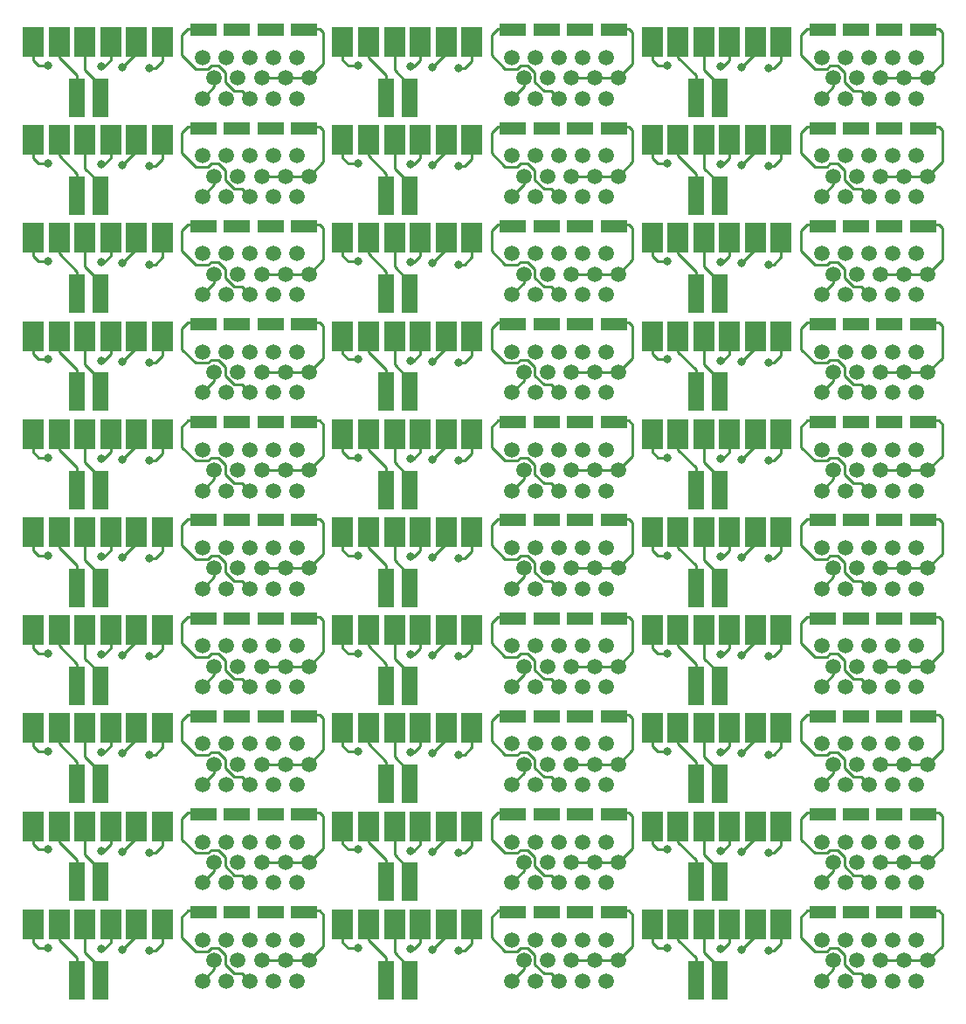
<source format=gtl>
G04 #@! TF.GenerationSoftware,KiCad,Pcbnew,(5.1.0)-1*
G04 #@! TF.CreationDate,2020-07-15T16:06:42-04:00*
G04 #@! TF.ProjectId,Breakout Panelized,42726561-6b6f-4757-9420-50616e656c69,rev?*
G04 #@! TF.SameCoordinates,Original*
G04 #@! TF.FileFunction,Copper,L1,Top*
G04 #@! TF.FilePolarity,Positive*
%FSLAX46Y46*%
G04 Gerber Fmt 4.6, Leading zero omitted, Abs format (unit mm)*
G04 Created by KiCad (PCBNEW (5.1.0)-1) date 2020-07-15 16:06:42*
%MOMM*%
%LPD*%
G04 APERTURE LIST*
%ADD10R,1.500000X3.800000*%
%ADD11R,2.000000X3.000000*%
%ADD12C,1.500000*%
%ADD13R,2.500000X1.200000*%
%ADD14C,0.800000*%
%ADD15C,0.250000*%
G04 APERTURE END LIST*
D10*
X93340000Y-70725000D03*
D11*
X96825000Y-65325000D03*
X94325000Y-65325000D03*
D12*
X163230000Y-61305000D03*
X165520000Y-61305000D03*
X167810000Y-61305000D03*
X170100000Y-61305000D03*
X172390000Y-61305000D03*
X164375000Y-59325000D03*
X166665000Y-59325000D03*
X168955000Y-59325000D03*
X171245000Y-59325000D03*
X163230000Y-57345000D03*
X165520000Y-57345000D03*
X167810000Y-57345000D03*
X170100000Y-57345000D03*
X172390000Y-57345000D03*
X173535000Y-59325000D03*
D13*
X109825000Y-64175000D03*
X173075000Y-54675000D03*
D12*
X113535000Y-68825000D03*
X112390000Y-66845000D03*
X110100000Y-66845000D03*
X107810000Y-66845000D03*
X105520000Y-66845000D03*
X103230000Y-66845000D03*
X111245000Y-68825000D03*
X108955000Y-68825000D03*
X106665000Y-68825000D03*
X104375000Y-68825000D03*
X112390000Y-70805000D03*
X110100000Y-70805000D03*
X107810000Y-70805000D03*
X105520000Y-70805000D03*
X103230000Y-70805000D03*
D11*
X99325000Y-65325000D03*
D13*
X106575000Y-64175000D03*
X113075000Y-64175000D03*
X136575000Y-64175000D03*
D10*
X91050000Y-70725000D03*
D13*
X133325000Y-64175000D03*
X113075000Y-54675000D03*
X169825000Y-54675000D03*
D11*
X91825000Y-65325000D03*
D10*
X151050000Y-61225000D03*
D11*
X149325000Y-55825000D03*
D10*
X151050000Y-70725000D03*
D11*
X156825000Y-55825000D03*
X156825000Y-65325000D03*
X89325000Y-55825000D03*
X89325000Y-65325000D03*
D13*
X109825000Y-54675000D03*
D11*
X146825000Y-55825000D03*
D10*
X91050000Y-61225000D03*
X93340000Y-61225000D03*
D11*
X91825000Y-55825000D03*
X86825000Y-55825000D03*
D13*
X166575000Y-54675000D03*
D11*
X94325000Y-55825000D03*
D10*
X153340000Y-61225000D03*
D11*
X154325000Y-55825000D03*
X159325000Y-55825000D03*
X151825000Y-55825000D03*
D10*
X121050000Y-61225000D03*
D11*
X116825000Y-55825000D03*
D13*
X163325000Y-54675000D03*
D11*
X86825000Y-65325000D03*
X146825000Y-65325000D03*
D13*
X103325000Y-54675000D03*
D11*
X96825000Y-55825000D03*
D12*
X103230000Y-61305000D03*
X105520000Y-61305000D03*
X107810000Y-61305000D03*
X110100000Y-61305000D03*
X112390000Y-61305000D03*
X104375000Y-59325000D03*
X106665000Y-59325000D03*
X108955000Y-59325000D03*
X111245000Y-59325000D03*
X103230000Y-57345000D03*
X105520000Y-57345000D03*
X107810000Y-57345000D03*
X110100000Y-57345000D03*
X112390000Y-57345000D03*
X113535000Y-59325000D03*
D13*
X169825000Y-64175000D03*
D11*
X99325000Y-55825000D03*
X154325000Y-65325000D03*
X151825000Y-65325000D03*
D10*
X153340000Y-70725000D03*
D11*
X159325000Y-65325000D03*
D13*
X139825000Y-54675000D03*
D11*
X119325000Y-65325000D03*
D13*
X163325000Y-64175000D03*
X143075000Y-54675000D03*
D11*
X116825000Y-65325000D03*
D13*
X103325000Y-64175000D03*
D11*
X124325000Y-65325000D03*
D10*
X121050000Y-70725000D03*
D11*
X121825000Y-55825000D03*
X124325000Y-55825000D03*
X126825000Y-55825000D03*
D13*
X143075000Y-64175000D03*
D11*
X129325000Y-65325000D03*
D13*
X166575000Y-64175000D03*
X136575000Y-54675000D03*
D12*
X173535000Y-68825000D03*
X172390000Y-66845000D03*
X170100000Y-66845000D03*
X167810000Y-66845000D03*
X165520000Y-66845000D03*
X163230000Y-66845000D03*
X171245000Y-68825000D03*
X168955000Y-68825000D03*
X166665000Y-68825000D03*
X164375000Y-68825000D03*
X172390000Y-70805000D03*
X170100000Y-70805000D03*
X167810000Y-70805000D03*
X165520000Y-70805000D03*
X163230000Y-70805000D03*
D13*
X133325000Y-54675000D03*
D11*
X129325000Y-55825000D03*
D12*
X133230000Y-70805000D03*
X135520000Y-70805000D03*
X137810000Y-70805000D03*
X140100000Y-70805000D03*
X142390000Y-70805000D03*
X134375000Y-68825000D03*
X136665000Y-68825000D03*
X138955000Y-68825000D03*
X141245000Y-68825000D03*
X133230000Y-66845000D03*
X135520000Y-66845000D03*
X137810000Y-66845000D03*
X140100000Y-66845000D03*
X142390000Y-66845000D03*
X143535000Y-68825000D03*
D11*
X119325000Y-55825000D03*
D13*
X139825000Y-64175000D03*
X106575000Y-54675000D03*
D10*
X123340000Y-61225000D03*
D12*
X143535000Y-59325000D03*
X142390000Y-57345000D03*
X140100000Y-57345000D03*
X137810000Y-57345000D03*
X135520000Y-57345000D03*
X133230000Y-57345000D03*
X141245000Y-59325000D03*
X138955000Y-59325000D03*
X136665000Y-59325000D03*
X134375000Y-59325000D03*
X142390000Y-61305000D03*
X140100000Y-61305000D03*
X137810000Y-61305000D03*
X135520000Y-61305000D03*
X133230000Y-61305000D03*
D11*
X149325000Y-65325000D03*
D13*
X173075000Y-64175000D03*
D11*
X121825000Y-65325000D03*
X126825000Y-65325000D03*
D10*
X123340000Y-70725000D03*
D11*
X96825000Y-84325000D03*
D13*
X136575000Y-83175000D03*
X106575000Y-83175000D03*
D10*
X91050000Y-89725000D03*
D13*
X133325000Y-83175000D03*
X113075000Y-83175000D03*
D10*
X93340000Y-89725000D03*
D13*
X113075000Y-73675000D03*
X169825000Y-73675000D03*
X173075000Y-73675000D03*
D10*
X151050000Y-80225000D03*
D12*
X173535000Y-78325000D03*
X172390000Y-76345000D03*
X170100000Y-76345000D03*
X167810000Y-76345000D03*
X165520000Y-76345000D03*
X163230000Y-76345000D03*
X171245000Y-78325000D03*
X168955000Y-78325000D03*
X166665000Y-78325000D03*
X164375000Y-78325000D03*
X172390000Y-80305000D03*
X170100000Y-80305000D03*
X167810000Y-80305000D03*
X165520000Y-80305000D03*
X163230000Y-80305000D03*
D11*
X94325000Y-84325000D03*
D13*
X109825000Y-83175000D03*
D12*
X103230000Y-89805000D03*
X105520000Y-89805000D03*
X107810000Y-89805000D03*
X110100000Y-89805000D03*
X112390000Y-89805000D03*
X104375000Y-87825000D03*
X106665000Y-87825000D03*
X108955000Y-87825000D03*
X111245000Y-87825000D03*
X103230000Y-85845000D03*
X105520000Y-85845000D03*
X107810000Y-85845000D03*
X110100000Y-85845000D03*
X112390000Y-85845000D03*
X113535000Y-87825000D03*
D11*
X149325000Y-74825000D03*
X99325000Y-84325000D03*
X91825000Y-84325000D03*
X159325000Y-74825000D03*
X151825000Y-74825000D03*
D10*
X121050000Y-80225000D03*
X153340000Y-80225000D03*
D11*
X154325000Y-74825000D03*
X116825000Y-74825000D03*
D13*
X109825000Y-73675000D03*
D11*
X94325000Y-74825000D03*
X156825000Y-74825000D03*
X146825000Y-74825000D03*
D10*
X93340000Y-80225000D03*
X151050000Y-89725000D03*
X91050000Y-80225000D03*
D11*
X89325000Y-74825000D03*
X89325000Y-84325000D03*
X86825000Y-74825000D03*
D13*
X166575000Y-73675000D03*
D11*
X91825000Y-74825000D03*
X156825000Y-84325000D03*
D13*
X163325000Y-73675000D03*
D11*
X86825000Y-84325000D03*
X146825000Y-84325000D03*
D13*
X103325000Y-73675000D03*
D11*
X96825000Y-74825000D03*
D12*
X113535000Y-78325000D03*
X112390000Y-76345000D03*
X110100000Y-76345000D03*
X107810000Y-76345000D03*
X105520000Y-76345000D03*
X103230000Y-76345000D03*
X111245000Y-78325000D03*
X108955000Y-78325000D03*
X106665000Y-78325000D03*
X104375000Y-78325000D03*
X112390000Y-80305000D03*
X110100000Y-80305000D03*
X107810000Y-80305000D03*
X105520000Y-80305000D03*
X103230000Y-80305000D03*
D11*
X99325000Y-74825000D03*
X154325000Y-84325000D03*
X151825000Y-84325000D03*
D10*
X153340000Y-89725000D03*
D13*
X169825000Y-83175000D03*
D11*
X159325000Y-84325000D03*
D13*
X163325000Y-83175000D03*
X139825000Y-73675000D03*
X143075000Y-73675000D03*
D11*
X119325000Y-84325000D03*
X116825000Y-84325000D03*
X121825000Y-84325000D03*
D13*
X103325000Y-83175000D03*
D11*
X121825000Y-74825000D03*
D13*
X143075000Y-83175000D03*
D10*
X121050000Y-89725000D03*
D11*
X124325000Y-74825000D03*
X129325000Y-74825000D03*
X126825000Y-84325000D03*
X129325000Y-84325000D03*
X124325000Y-84325000D03*
D12*
X163230000Y-89805000D03*
X165520000Y-89805000D03*
X167810000Y-89805000D03*
X170100000Y-89805000D03*
X172390000Y-89805000D03*
X164375000Y-87825000D03*
X166665000Y-87825000D03*
X168955000Y-87825000D03*
X171245000Y-87825000D03*
X163230000Y-85845000D03*
X165520000Y-85845000D03*
X167810000Y-85845000D03*
X170100000Y-85845000D03*
X172390000Y-85845000D03*
X173535000Y-87825000D03*
D10*
X123340000Y-80225000D03*
D12*
X133230000Y-80305000D03*
X135520000Y-80305000D03*
X137810000Y-80305000D03*
X140100000Y-80305000D03*
X142390000Y-80305000D03*
X134375000Y-78325000D03*
X136665000Y-78325000D03*
X138955000Y-78325000D03*
X141245000Y-78325000D03*
X133230000Y-76345000D03*
X135520000Y-76345000D03*
X137810000Y-76345000D03*
X140100000Y-76345000D03*
X142390000Y-76345000D03*
X143535000Y-78325000D03*
D13*
X166575000Y-83175000D03*
X136575000Y-73675000D03*
D11*
X119325000Y-74825000D03*
D12*
X143535000Y-87825000D03*
X142390000Y-85845000D03*
X140100000Y-85845000D03*
X137810000Y-85845000D03*
X135520000Y-85845000D03*
X133230000Y-85845000D03*
X141245000Y-87825000D03*
X138955000Y-87825000D03*
X136665000Y-87825000D03*
X134375000Y-87825000D03*
X142390000Y-89805000D03*
X140100000Y-89805000D03*
X137810000Y-89805000D03*
X135520000Y-89805000D03*
X133230000Y-89805000D03*
D13*
X139825000Y-83175000D03*
X106575000Y-73675000D03*
D11*
X126825000Y-74825000D03*
X149325000Y-84325000D03*
D13*
X173075000Y-83175000D03*
D10*
X123340000Y-89725000D03*
D13*
X133325000Y-73675000D03*
D11*
X154325000Y-103325000D03*
X151825000Y-103325000D03*
D10*
X153340000Y-108725000D03*
D13*
X169825000Y-102175000D03*
D11*
X159325000Y-103325000D03*
X149325000Y-103325000D03*
D13*
X163325000Y-102175000D03*
X173075000Y-102175000D03*
X139825000Y-92675000D03*
X143075000Y-92675000D03*
D11*
X121825000Y-103325000D03*
D13*
X103325000Y-102175000D03*
D11*
X121825000Y-93825000D03*
X116825000Y-103325000D03*
D13*
X143075000Y-102175000D03*
D11*
X124325000Y-93825000D03*
X124325000Y-103325000D03*
D10*
X123340000Y-99225000D03*
D11*
X129325000Y-103325000D03*
D13*
X136575000Y-92675000D03*
D12*
X133230000Y-108805000D03*
X135520000Y-108805000D03*
X137810000Y-108805000D03*
X140100000Y-108805000D03*
X142390000Y-108805000D03*
X134375000Y-106825000D03*
X136665000Y-106825000D03*
X138955000Y-106825000D03*
X141245000Y-106825000D03*
X133230000Y-104845000D03*
X135520000Y-104845000D03*
X137810000Y-104845000D03*
X140100000Y-104845000D03*
X142390000Y-104845000D03*
X143535000Y-106825000D03*
X143535000Y-97325000D03*
X142390000Y-95345000D03*
X140100000Y-95345000D03*
X137810000Y-95345000D03*
X135520000Y-95345000D03*
X133230000Y-95345000D03*
X141245000Y-97325000D03*
X138955000Y-97325000D03*
X136665000Y-97325000D03*
X134375000Y-97325000D03*
X142390000Y-99305000D03*
X140100000Y-99305000D03*
X137810000Y-99305000D03*
X135520000Y-99305000D03*
X133230000Y-99305000D03*
D11*
X129325000Y-93825000D03*
D13*
X106575000Y-92675000D03*
D11*
X119325000Y-93825000D03*
X119325000Y-103325000D03*
D10*
X121050000Y-108725000D03*
D13*
X139825000Y-102175000D03*
X166575000Y-102175000D03*
D11*
X126825000Y-103325000D03*
D12*
X173535000Y-106825000D03*
X172390000Y-104845000D03*
X170100000Y-104845000D03*
X167810000Y-104845000D03*
X165520000Y-104845000D03*
X163230000Y-104845000D03*
X171245000Y-106825000D03*
X168955000Y-106825000D03*
X166665000Y-106825000D03*
X164375000Y-106825000D03*
X172390000Y-108805000D03*
X170100000Y-108805000D03*
X167810000Y-108805000D03*
X165520000Y-108805000D03*
X163230000Y-108805000D03*
D11*
X126825000Y-93825000D03*
D10*
X123340000Y-108725000D03*
D13*
X133325000Y-92675000D03*
D11*
X96825000Y-103325000D03*
D13*
X106575000Y-102175000D03*
X133325000Y-102175000D03*
X136575000Y-102175000D03*
D10*
X91050000Y-108725000D03*
D13*
X113075000Y-102175000D03*
D10*
X93340000Y-108725000D03*
D11*
X94325000Y-103325000D03*
D13*
X109825000Y-102175000D03*
D12*
X113535000Y-106825000D03*
X112390000Y-104845000D03*
X110100000Y-104845000D03*
X107810000Y-104845000D03*
X105520000Y-104845000D03*
X103230000Y-104845000D03*
X111245000Y-106825000D03*
X108955000Y-106825000D03*
X106665000Y-106825000D03*
X104375000Y-106825000D03*
X112390000Y-108805000D03*
X110100000Y-108805000D03*
X107810000Y-108805000D03*
X105520000Y-108805000D03*
X103230000Y-108805000D03*
D13*
X169825000Y-92675000D03*
D11*
X149325000Y-93825000D03*
X99325000Y-103325000D03*
X91825000Y-103325000D03*
D12*
X163230000Y-99305000D03*
X165520000Y-99305000D03*
X167810000Y-99305000D03*
X170100000Y-99305000D03*
X172390000Y-99305000D03*
X164375000Y-97325000D03*
X166665000Y-97325000D03*
X168955000Y-97325000D03*
X171245000Y-97325000D03*
X163230000Y-95345000D03*
X165520000Y-95345000D03*
X167810000Y-95345000D03*
X170100000Y-95345000D03*
X172390000Y-95345000D03*
X173535000Y-97325000D03*
D11*
X159325000Y-93825000D03*
X151825000Y-93825000D03*
D10*
X121050000Y-99225000D03*
X153340000Y-99225000D03*
D13*
X173075000Y-92675000D03*
D11*
X154325000Y-93825000D03*
X116825000Y-93825000D03*
D13*
X113075000Y-92675000D03*
X109825000Y-92675000D03*
D10*
X151050000Y-99225000D03*
D11*
X99325000Y-93825000D03*
X94325000Y-93825000D03*
X156825000Y-93825000D03*
X146825000Y-93825000D03*
D10*
X93340000Y-99225000D03*
D11*
X89325000Y-93825000D03*
X86825000Y-93825000D03*
X156825000Y-103325000D03*
X146825000Y-103325000D03*
X96825000Y-93825000D03*
D13*
X166575000Y-92675000D03*
X103325000Y-92675000D03*
D11*
X89325000Y-103325000D03*
D13*
X163325000Y-92675000D03*
D11*
X91825000Y-93825000D03*
D12*
X103230000Y-99305000D03*
X105520000Y-99305000D03*
X107810000Y-99305000D03*
X110100000Y-99305000D03*
X112390000Y-99305000D03*
X104375000Y-97325000D03*
X106665000Y-97325000D03*
X108955000Y-97325000D03*
X111245000Y-97325000D03*
X103230000Y-95345000D03*
X105520000Y-95345000D03*
X107810000Y-95345000D03*
X110100000Y-95345000D03*
X112390000Y-95345000D03*
X113535000Y-97325000D03*
D10*
X151050000Y-108725000D03*
X91050000Y-99225000D03*
D11*
X86825000Y-103325000D03*
X149325000Y-122325000D03*
D13*
X163325000Y-121175000D03*
X169825000Y-121175000D03*
X173075000Y-121175000D03*
D11*
X159325000Y-122325000D03*
D10*
X153340000Y-127725000D03*
D11*
X151825000Y-122325000D03*
X154325000Y-122325000D03*
D13*
X166575000Y-121175000D03*
D12*
X163230000Y-127805000D03*
X165520000Y-127805000D03*
X167810000Y-127805000D03*
X170100000Y-127805000D03*
X172390000Y-127805000D03*
X164375000Y-125825000D03*
X166665000Y-125825000D03*
X168955000Y-125825000D03*
X171245000Y-125825000D03*
X163230000Y-123845000D03*
X165520000Y-123845000D03*
X167810000Y-123845000D03*
X170100000Y-123845000D03*
X172390000Y-123845000D03*
X173535000Y-125825000D03*
D13*
X103325000Y-121175000D03*
X139825000Y-111675000D03*
X136575000Y-111675000D03*
D11*
X126825000Y-112825000D03*
X121825000Y-112825000D03*
D10*
X123340000Y-118225000D03*
D11*
X124325000Y-112825000D03*
D12*
X133230000Y-118305000D03*
X135520000Y-118305000D03*
X137810000Y-118305000D03*
X140100000Y-118305000D03*
X142390000Y-118305000D03*
X134375000Y-116325000D03*
X136665000Y-116325000D03*
X138955000Y-116325000D03*
X141245000Y-116325000D03*
X133230000Y-114345000D03*
X135520000Y-114345000D03*
X137810000Y-114345000D03*
X140100000Y-114345000D03*
X142390000Y-114345000D03*
X143535000Y-116325000D03*
D11*
X129325000Y-112825000D03*
D13*
X133325000Y-111675000D03*
X106575000Y-111675000D03*
D11*
X119325000Y-112825000D03*
D13*
X143075000Y-111675000D03*
D11*
X116825000Y-122325000D03*
D10*
X121050000Y-127725000D03*
D11*
X126825000Y-122325000D03*
X121825000Y-122325000D03*
D10*
X123340000Y-127725000D03*
D11*
X124325000Y-122325000D03*
D12*
X143535000Y-125825000D03*
X142390000Y-123845000D03*
X140100000Y-123845000D03*
X137810000Y-123845000D03*
X135520000Y-123845000D03*
X133230000Y-123845000D03*
X141245000Y-125825000D03*
X138955000Y-125825000D03*
X136665000Y-125825000D03*
X134375000Y-125825000D03*
X142390000Y-127805000D03*
X140100000Y-127805000D03*
X137810000Y-127805000D03*
X135520000Y-127805000D03*
X133230000Y-127805000D03*
D11*
X119325000Y-122325000D03*
D13*
X139825000Y-121175000D03*
X143075000Y-121175000D03*
D11*
X129325000Y-122325000D03*
D13*
X136575000Y-121175000D03*
X133325000Y-121175000D03*
X106575000Y-121175000D03*
D10*
X91050000Y-127725000D03*
D11*
X96825000Y-122325000D03*
D13*
X113075000Y-121175000D03*
D10*
X93340000Y-127725000D03*
D11*
X91825000Y-122325000D03*
X94325000Y-122325000D03*
X99325000Y-122325000D03*
D13*
X109825000Y-121175000D03*
D12*
X103230000Y-127805000D03*
X105520000Y-127805000D03*
X107810000Y-127805000D03*
X110100000Y-127805000D03*
X112390000Y-127805000D03*
X104375000Y-125825000D03*
X106665000Y-125825000D03*
X108955000Y-125825000D03*
X111245000Y-125825000D03*
X103230000Y-123845000D03*
X105520000Y-123845000D03*
X107810000Y-123845000D03*
X110100000Y-123845000D03*
X112390000Y-123845000D03*
X113535000Y-125825000D03*
X173535000Y-116325000D03*
X172390000Y-114345000D03*
X170100000Y-114345000D03*
X167810000Y-114345000D03*
X165520000Y-114345000D03*
X163230000Y-114345000D03*
X171245000Y-116325000D03*
X168955000Y-116325000D03*
X166665000Y-116325000D03*
X164375000Y-116325000D03*
X172390000Y-118305000D03*
X170100000Y-118305000D03*
X167810000Y-118305000D03*
X165520000Y-118305000D03*
X163230000Y-118305000D03*
D11*
X159325000Y-112825000D03*
X151825000Y-112825000D03*
D10*
X121050000Y-118225000D03*
D13*
X169825000Y-111675000D03*
D11*
X149325000Y-112825000D03*
D13*
X166575000Y-111675000D03*
D10*
X153340000Y-118225000D03*
D13*
X103325000Y-111675000D03*
X173075000Y-111675000D03*
D11*
X154325000Y-112825000D03*
X116825000Y-112825000D03*
D13*
X163325000Y-111675000D03*
X113075000Y-111675000D03*
D11*
X91825000Y-112825000D03*
D13*
X109825000Y-111675000D03*
D10*
X151050000Y-118225000D03*
D11*
X99325000Y-112825000D03*
X94325000Y-112825000D03*
X156825000Y-112825000D03*
D10*
X91050000Y-118225000D03*
X93340000Y-118225000D03*
D12*
X113535000Y-116325000D03*
X112390000Y-114345000D03*
X110100000Y-114345000D03*
X107810000Y-114345000D03*
X105520000Y-114345000D03*
X103230000Y-114345000D03*
X111245000Y-116325000D03*
X108955000Y-116325000D03*
X106665000Y-116325000D03*
X104375000Y-116325000D03*
X112390000Y-118305000D03*
X110100000Y-118305000D03*
X107810000Y-118305000D03*
X105520000Y-118305000D03*
X103230000Y-118305000D03*
D11*
X146825000Y-112825000D03*
X89325000Y-112825000D03*
X86825000Y-112825000D03*
X156825000Y-122325000D03*
D10*
X151050000Y-127725000D03*
D11*
X146825000Y-122325000D03*
X96825000Y-112825000D03*
X89325000Y-122325000D03*
X86825000Y-122325000D03*
X149325000Y-131825000D03*
D13*
X163325000Y-130675000D03*
X169825000Y-130675000D03*
X173075000Y-130675000D03*
D11*
X159325000Y-131825000D03*
D10*
X153340000Y-137225000D03*
D11*
X151825000Y-131825000D03*
X154325000Y-131825000D03*
D13*
X166575000Y-130675000D03*
D12*
X163230000Y-137305000D03*
X165520000Y-137305000D03*
X167810000Y-137305000D03*
X170100000Y-137305000D03*
X172390000Y-137305000D03*
X164375000Y-135325000D03*
X166665000Y-135325000D03*
X168955000Y-135325000D03*
X171245000Y-135325000D03*
X163230000Y-133345000D03*
X165520000Y-133345000D03*
X167810000Y-133345000D03*
X170100000Y-133345000D03*
X172390000Y-133345000D03*
X173535000Y-135325000D03*
D13*
X103325000Y-130675000D03*
D11*
X116825000Y-131825000D03*
D10*
X121050000Y-137225000D03*
D11*
X126825000Y-131825000D03*
X121825000Y-131825000D03*
D10*
X123340000Y-137225000D03*
D11*
X124325000Y-131825000D03*
D12*
X143535000Y-135325000D03*
X142390000Y-133345000D03*
X140100000Y-133345000D03*
X137810000Y-133345000D03*
X135520000Y-133345000D03*
X133230000Y-133345000D03*
X141245000Y-135325000D03*
X138955000Y-135325000D03*
X136665000Y-135325000D03*
X134375000Y-135325000D03*
X142390000Y-137305000D03*
X140100000Y-137305000D03*
X137810000Y-137305000D03*
X135520000Y-137305000D03*
X133230000Y-137305000D03*
D11*
X119325000Y-131825000D03*
D13*
X139825000Y-130675000D03*
X143075000Y-130675000D03*
D11*
X129325000Y-131825000D03*
D13*
X136575000Y-130675000D03*
X133325000Y-130675000D03*
X106575000Y-130675000D03*
D10*
X91050000Y-137225000D03*
D11*
X96825000Y-131825000D03*
D13*
X113075000Y-130675000D03*
D10*
X93340000Y-137225000D03*
D11*
X91825000Y-131825000D03*
X94325000Y-131825000D03*
X99325000Y-131825000D03*
D13*
X109825000Y-130675000D03*
D12*
X103230000Y-137305000D03*
X105520000Y-137305000D03*
X107810000Y-137305000D03*
X110100000Y-137305000D03*
X112390000Y-137305000D03*
X104375000Y-135325000D03*
X106665000Y-135325000D03*
X108955000Y-135325000D03*
X111245000Y-135325000D03*
X103230000Y-133345000D03*
X105520000Y-133345000D03*
X107810000Y-133345000D03*
X110100000Y-133345000D03*
X112390000Y-133345000D03*
X113535000Y-135325000D03*
D11*
X156825000Y-131825000D03*
D10*
X151050000Y-137225000D03*
D11*
X146825000Y-131825000D03*
X89325000Y-131825000D03*
X86825000Y-131825000D03*
X146825000Y-141325000D03*
D10*
X151050000Y-146725000D03*
D11*
X156825000Y-141325000D03*
X151825000Y-141325000D03*
D10*
X153340000Y-146725000D03*
D11*
X154325000Y-141325000D03*
D12*
X173535000Y-144825000D03*
X172390000Y-142845000D03*
X170100000Y-142845000D03*
X167810000Y-142845000D03*
X165520000Y-142845000D03*
X163230000Y-142845000D03*
X171245000Y-144825000D03*
X168955000Y-144825000D03*
X166665000Y-144825000D03*
X164375000Y-144825000D03*
X172390000Y-146805000D03*
X170100000Y-146805000D03*
X167810000Y-146805000D03*
X165520000Y-146805000D03*
X163230000Y-146805000D03*
D11*
X149325000Y-141325000D03*
D13*
X169825000Y-140175000D03*
X173075000Y-140175000D03*
D11*
X159325000Y-141325000D03*
D13*
X166575000Y-140175000D03*
X163325000Y-140175000D03*
X133325000Y-140175000D03*
X136575000Y-140175000D03*
D10*
X121050000Y-146725000D03*
D11*
X126825000Y-141325000D03*
D13*
X143075000Y-140175000D03*
D10*
X123340000Y-146725000D03*
D11*
X121825000Y-141325000D03*
X124325000Y-141325000D03*
X129325000Y-141325000D03*
D13*
X139825000Y-140175000D03*
D12*
X133230000Y-146805000D03*
X135520000Y-146805000D03*
X137810000Y-146805000D03*
X140100000Y-146805000D03*
X142390000Y-146805000D03*
X134375000Y-144825000D03*
X136665000Y-144825000D03*
X138955000Y-144825000D03*
X141245000Y-144825000D03*
X133230000Y-142845000D03*
X135520000Y-142845000D03*
X137810000Y-142845000D03*
X140100000Y-142845000D03*
X142390000Y-142845000D03*
X143535000Y-144825000D03*
D11*
X119325000Y-141325000D03*
X116825000Y-141325000D03*
D13*
X103325000Y-140175000D03*
D12*
X113535000Y-144825000D03*
X112390000Y-142845000D03*
X110100000Y-142845000D03*
X107810000Y-142845000D03*
X105520000Y-142845000D03*
X103230000Y-142845000D03*
X111245000Y-144825000D03*
X108955000Y-144825000D03*
X106665000Y-144825000D03*
X104375000Y-144825000D03*
X112390000Y-146805000D03*
X110100000Y-146805000D03*
X107810000Y-146805000D03*
X105520000Y-146805000D03*
X103230000Y-146805000D03*
D13*
X113075000Y-140175000D03*
X109825000Y-140175000D03*
X106575000Y-140175000D03*
D10*
X93340000Y-146725000D03*
X91050000Y-146725000D03*
D11*
X99325000Y-141325000D03*
X96825000Y-141325000D03*
X94325000Y-141325000D03*
X91825000Y-141325000D03*
X89325000Y-141325000D03*
X86825000Y-141325000D03*
D14*
X88287347Y-143587347D03*
X118287347Y-143587347D03*
X148287347Y-143587347D03*
X88287347Y-134087347D03*
X118287347Y-134087347D03*
X148287347Y-134087347D03*
X88287347Y-124587347D03*
X118287347Y-124587347D03*
X118287347Y-115087347D03*
X148287347Y-115087347D03*
X148287347Y-124587347D03*
X88287347Y-115087347D03*
X118287347Y-96087347D03*
X88287347Y-105587347D03*
X118287347Y-105587347D03*
X148287347Y-96087347D03*
X148287347Y-105587347D03*
X88287347Y-96087347D03*
X148287347Y-86587347D03*
X88287347Y-86587347D03*
X118287347Y-77087347D03*
X148287347Y-77087347D03*
X118287347Y-86587347D03*
X88287347Y-77087347D03*
X148287347Y-67587347D03*
X88287347Y-67587347D03*
X118287347Y-58087347D03*
X148287347Y-58087347D03*
X88287347Y-58087347D03*
X118287347Y-67587347D03*
X109825000Y-140025000D03*
X98075000Y-143875000D03*
X139825000Y-140025000D03*
X128075000Y-143875000D03*
X158075000Y-143875000D03*
X169825000Y-140025000D03*
X109825000Y-130525000D03*
X98075000Y-134375000D03*
X158075000Y-134375000D03*
X128075000Y-134375000D03*
X169825000Y-130525000D03*
X139825000Y-130525000D03*
X109825000Y-121025000D03*
X98075000Y-124875000D03*
X158075000Y-115375000D03*
X158075000Y-124875000D03*
X128075000Y-115375000D03*
X169825000Y-111525000D03*
X128075000Y-124875000D03*
X109825000Y-111525000D03*
X169825000Y-121025000D03*
X139825000Y-111525000D03*
X139825000Y-121025000D03*
X98075000Y-115375000D03*
X109825000Y-92525000D03*
X98075000Y-96375000D03*
X158075000Y-96375000D03*
X109825000Y-102025000D03*
X128075000Y-96375000D03*
X169825000Y-92525000D03*
X98075000Y-105875000D03*
X139825000Y-92525000D03*
X169825000Y-102025000D03*
X128075000Y-105875000D03*
X139825000Y-102025000D03*
X158075000Y-105875000D03*
X109825000Y-73525000D03*
X98075000Y-86875000D03*
X139825000Y-83025000D03*
X98075000Y-77375000D03*
X128075000Y-86875000D03*
X158075000Y-86875000D03*
X128075000Y-77375000D03*
X158075000Y-77375000D03*
X109825000Y-83025000D03*
X139825000Y-73525000D03*
X169825000Y-83025000D03*
X169825000Y-73525000D03*
X98075000Y-67875000D03*
X139825000Y-64025000D03*
X128075000Y-67875000D03*
X98075000Y-58375000D03*
X158075000Y-67875000D03*
X109825000Y-54525000D03*
X128075000Y-58375000D03*
X158075000Y-58375000D03*
X169825000Y-54525000D03*
X109825000Y-64025000D03*
X139825000Y-54525000D03*
X169825000Y-64025000D03*
X106575000Y-140025000D03*
X95475000Y-143775000D03*
X125475000Y-143775000D03*
X136575000Y-140025000D03*
X155475000Y-143775000D03*
X166575000Y-140025000D03*
X95475000Y-134275000D03*
X106575000Y-130525000D03*
X125475000Y-134275000D03*
X155475000Y-134275000D03*
X166575000Y-130525000D03*
X136575000Y-130525000D03*
X95475000Y-124775000D03*
X106575000Y-121025000D03*
X125475000Y-124775000D03*
X106575000Y-111525000D03*
X155475000Y-115275000D03*
X95475000Y-115275000D03*
X155475000Y-124775000D03*
X166575000Y-121025000D03*
X136575000Y-111525000D03*
X125475000Y-115275000D03*
X136575000Y-121025000D03*
X166575000Y-111525000D03*
X95475000Y-105775000D03*
X166575000Y-102025000D03*
X95475000Y-96275000D03*
X125475000Y-105775000D03*
X125475000Y-96275000D03*
X106575000Y-102025000D03*
X106575000Y-92525000D03*
X155475000Y-96275000D03*
X136575000Y-102025000D03*
X155475000Y-105775000D03*
X166575000Y-92525000D03*
X136575000Y-92525000D03*
X95475000Y-86775000D03*
X136575000Y-73525000D03*
X155475000Y-86775000D03*
X95475000Y-77275000D03*
X125475000Y-77275000D03*
X166575000Y-73525000D03*
X155475000Y-77275000D03*
X106575000Y-83025000D03*
X125475000Y-86775000D03*
X136575000Y-83025000D03*
X106575000Y-73525000D03*
X166575000Y-83025000D03*
X95475000Y-67775000D03*
X155475000Y-67775000D03*
X125475000Y-58275000D03*
X166575000Y-54525000D03*
X136575000Y-54525000D03*
X95475000Y-58275000D03*
X136575000Y-64025000D03*
X106575000Y-54525000D03*
X155475000Y-58275000D03*
X125475000Y-67775000D03*
X166575000Y-64025000D03*
X106575000Y-64025000D03*
X93420153Y-143700010D03*
X123420153Y-143700010D03*
X153420153Y-143700010D03*
X93420153Y-134200010D03*
X123420153Y-134200010D03*
X153420153Y-134200010D03*
X93420153Y-124700010D03*
X123420153Y-124700010D03*
X123420153Y-115200010D03*
X153420153Y-115200010D03*
X153420153Y-124700010D03*
X93420153Y-115200010D03*
X123420153Y-105700010D03*
X93420153Y-96200010D03*
X153420153Y-96200010D03*
X123420153Y-96200010D03*
X93420153Y-105700010D03*
X153420153Y-105700010D03*
X123420153Y-86700010D03*
X123420153Y-77200010D03*
X153420153Y-86700010D03*
X93420153Y-77200010D03*
X153420153Y-77200010D03*
X93420153Y-86700010D03*
X123420153Y-67700010D03*
X123420153Y-58200010D03*
X153420153Y-67700010D03*
X153420153Y-58200010D03*
X93420153Y-58200010D03*
X93420153Y-67700010D03*
D15*
X113535000Y-144825000D02*
X108955000Y-144825000D01*
X114925010Y-140375010D02*
X114575000Y-140025000D01*
X113535000Y-144825000D02*
X114925010Y-143434990D01*
X114575000Y-140025000D02*
X113075000Y-140025000D01*
X114925010Y-143434990D02*
X114925010Y-140375010D01*
X104375000Y-145660000D02*
X103230000Y-146805000D01*
X104375000Y-144825000D02*
X104375000Y-145660000D01*
X86825000Y-143075000D02*
X86825000Y-141325000D01*
X87337347Y-143587347D02*
X86825000Y-143075000D01*
X88287347Y-143587347D02*
X87337347Y-143587347D01*
X116825000Y-143075000D02*
X116825000Y-141325000D01*
X117337347Y-143587347D02*
X116825000Y-143075000D01*
X118287347Y-143587347D02*
X117337347Y-143587347D01*
X143535000Y-144825000D02*
X138955000Y-144825000D01*
X144925010Y-140375010D02*
X144575000Y-140025000D01*
X143535000Y-144825000D02*
X144925010Y-143434990D01*
X144575000Y-140025000D02*
X143075000Y-140025000D01*
X134375000Y-145660000D02*
X133230000Y-146805000D01*
X134375000Y-144825000D02*
X134375000Y-145660000D01*
X144925010Y-143434990D02*
X144925010Y-140375010D01*
X147337347Y-143587347D02*
X146825000Y-143075000D01*
X146825000Y-143075000D02*
X146825000Y-141325000D01*
X148287347Y-143587347D02*
X147337347Y-143587347D01*
X174925010Y-143434990D02*
X174925010Y-140375010D01*
X174575000Y-140025000D02*
X173075000Y-140025000D01*
X164375000Y-145660000D02*
X163230000Y-146805000D01*
X173535000Y-144825000D02*
X168955000Y-144825000D01*
X164375000Y-144825000D02*
X164375000Y-145660000D01*
X173535000Y-144825000D02*
X174925010Y-143434990D01*
X174925010Y-140375010D02*
X174575000Y-140025000D01*
X86825000Y-133575000D02*
X86825000Y-131825000D01*
X87337347Y-134087347D02*
X86825000Y-133575000D01*
X88287347Y-134087347D02*
X87337347Y-134087347D01*
X113535000Y-135325000D02*
X108955000Y-135325000D01*
X114925010Y-130875010D02*
X114575000Y-130525000D01*
X113535000Y-135325000D02*
X114925010Y-133934990D01*
X114575000Y-130525000D02*
X113075000Y-130525000D01*
X104375000Y-136160000D02*
X103230000Y-137305000D01*
X104375000Y-135325000D02*
X104375000Y-136160000D01*
X114925010Y-133934990D02*
X114925010Y-130875010D01*
X147337347Y-134087347D02*
X146825000Y-133575000D01*
X174925010Y-133934990D02*
X174925010Y-130875010D01*
X164375000Y-136160000D02*
X163230000Y-137305000D01*
X148287347Y-134087347D02*
X147337347Y-134087347D01*
X173535000Y-135325000D02*
X174925010Y-133934990D01*
X164375000Y-135325000D02*
X164375000Y-136160000D01*
X146825000Y-133575000D02*
X146825000Y-131825000D01*
X174575000Y-130525000D02*
X173075000Y-130525000D01*
X173535000Y-135325000D02*
X168955000Y-135325000D01*
X174925010Y-130875010D02*
X174575000Y-130525000D01*
X117337347Y-134087347D02*
X116825000Y-133575000D01*
X116825000Y-133575000D02*
X116825000Y-131825000D01*
X118287347Y-134087347D02*
X117337347Y-134087347D01*
X144925010Y-133934990D02*
X144925010Y-130875010D01*
X144575000Y-130525000D02*
X143075000Y-130525000D01*
X134375000Y-136160000D02*
X133230000Y-137305000D01*
X143535000Y-135325000D02*
X138955000Y-135325000D01*
X134375000Y-135325000D02*
X134375000Y-136160000D01*
X143535000Y-135325000D02*
X144925010Y-133934990D01*
X144925010Y-130875010D02*
X144575000Y-130525000D01*
X86825000Y-124075000D02*
X86825000Y-122325000D01*
X87337347Y-124587347D02*
X86825000Y-124075000D01*
X88287347Y-124587347D02*
X87337347Y-124587347D01*
X113535000Y-125825000D02*
X108955000Y-125825000D01*
X114925010Y-121375010D02*
X114575000Y-121025000D01*
X113535000Y-125825000D02*
X114925010Y-124434990D01*
X114575000Y-121025000D02*
X113075000Y-121025000D01*
X104375000Y-126660000D02*
X103230000Y-127805000D01*
X104375000Y-125825000D02*
X104375000Y-126660000D01*
X114925010Y-124434990D02*
X114925010Y-121375010D01*
X173535000Y-116325000D02*
X174925010Y-114934990D01*
X164375000Y-117160000D02*
X163230000Y-118305000D01*
X174925010Y-111875010D02*
X174575000Y-111525000D01*
X174575000Y-111525000D02*
X173075000Y-111525000D01*
X164375000Y-116325000D02*
X164375000Y-117160000D01*
X173535000Y-116325000D02*
X168955000Y-116325000D01*
X174925010Y-114934990D02*
X174925010Y-111875010D01*
X117337347Y-115087347D02*
X116825000Y-114575000D01*
X148287347Y-115087347D02*
X147337347Y-115087347D01*
X146825000Y-114575000D02*
X146825000Y-112825000D01*
X118287347Y-115087347D02*
X117337347Y-115087347D01*
X116825000Y-114575000D02*
X116825000Y-112825000D01*
X134375000Y-116325000D02*
X134375000Y-117160000D01*
X143535000Y-116325000D02*
X144925010Y-114934990D01*
X144925010Y-111875010D02*
X144575000Y-111525000D01*
X144925010Y-114934990D02*
X144925010Y-111875010D01*
X144575000Y-111525000D02*
X143075000Y-111525000D01*
X134375000Y-117160000D02*
X133230000Y-118305000D01*
X143535000Y-116325000D02*
X138955000Y-116325000D01*
X147337347Y-124587347D02*
X146825000Y-124075000D01*
X174925010Y-124434990D02*
X174925010Y-121375010D01*
X164375000Y-126660000D02*
X163230000Y-127805000D01*
X148287347Y-124587347D02*
X147337347Y-124587347D01*
X173535000Y-125825000D02*
X174925010Y-124434990D01*
X164375000Y-125825000D02*
X164375000Y-126660000D01*
X146825000Y-124075000D02*
X146825000Y-122325000D01*
X174575000Y-121025000D02*
X173075000Y-121025000D01*
X173535000Y-125825000D02*
X168955000Y-125825000D01*
X174925010Y-121375010D02*
X174575000Y-121025000D01*
X88287347Y-115087347D02*
X87337347Y-115087347D01*
X87337347Y-115087347D02*
X86825000Y-114575000D01*
X86825000Y-114575000D02*
X86825000Y-112825000D01*
X114925010Y-114934990D02*
X114925010Y-111875010D01*
X113535000Y-116325000D02*
X114925010Y-114934990D01*
X147337347Y-115087347D02*
X146825000Y-114575000D01*
X113535000Y-116325000D02*
X108955000Y-116325000D01*
X104375000Y-117160000D02*
X103230000Y-118305000D01*
X114575000Y-111525000D02*
X113075000Y-111525000D01*
X114925010Y-111875010D02*
X114575000Y-111525000D01*
X104375000Y-116325000D02*
X104375000Y-117160000D01*
X117337347Y-124587347D02*
X116825000Y-124075000D01*
X116825000Y-124075000D02*
X116825000Y-122325000D01*
X118287347Y-124587347D02*
X117337347Y-124587347D01*
X144925010Y-124434990D02*
X144925010Y-121375010D01*
X144575000Y-121025000D02*
X143075000Y-121025000D01*
X134375000Y-126660000D02*
X133230000Y-127805000D01*
X143535000Y-125825000D02*
X138955000Y-125825000D01*
X134375000Y-125825000D02*
X134375000Y-126660000D01*
X143535000Y-125825000D02*
X144925010Y-124434990D01*
X144925010Y-121375010D02*
X144575000Y-121025000D01*
X146825000Y-95575000D02*
X146825000Y-93825000D01*
X116825000Y-95575000D02*
X116825000Y-93825000D01*
X118287347Y-96087347D02*
X117337347Y-96087347D01*
X174925010Y-95934990D02*
X174925010Y-92875010D01*
X148287347Y-96087347D02*
X147337347Y-96087347D01*
X117337347Y-96087347D02*
X116825000Y-95575000D01*
X87337347Y-105587347D02*
X86825000Y-105075000D01*
X86825000Y-105075000D02*
X86825000Y-103325000D01*
X88287347Y-105587347D02*
X87337347Y-105587347D01*
X164375000Y-97325000D02*
X164375000Y-98160000D01*
X113535000Y-106825000D02*
X114925010Y-105434990D01*
X104375000Y-106825000D02*
X104375000Y-107660000D01*
X114575000Y-102025000D02*
X113075000Y-102025000D01*
X113535000Y-106825000D02*
X108955000Y-106825000D01*
X114925010Y-102375010D02*
X114575000Y-102025000D01*
X104375000Y-107660000D02*
X103230000Y-108805000D01*
X164375000Y-98160000D02*
X163230000Y-99305000D01*
X174925010Y-92875010D02*
X174575000Y-92525000D01*
X174575000Y-92525000D02*
X173075000Y-92525000D01*
X114925010Y-105434990D02*
X114925010Y-102375010D01*
X173535000Y-97325000D02*
X174925010Y-95934990D01*
X173535000Y-97325000D02*
X168955000Y-97325000D01*
X117337347Y-105587347D02*
X116825000Y-105075000D01*
X114925010Y-92875010D02*
X114575000Y-92525000D01*
X116825000Y-105075000D02*
X116825000Y-103325000D01*
X114575000Y-92525000D02*
X113075000Y-92525000D01*
X118287347Y-105587347D02*
X117337347Y-105587347D01*
X104375000Y-97325000D02*
X104375000Y-98160000D01*
X144575000Y-102025000D02*
X143075000Y-102025000D01*
X144925010Y-105434990D02*
X144925010Y-102375010D01*
X134375000Y-106825000D02*
X134375000Y-107660000D01*
X143535000Y-106825000D02*
X138955000Y-106825000D01*
X143535000Y-106825000D02*
X144925010Y-105434990D01*
X144925010Y-102375010D02*
X144575000Y-102025000D01*
X134375000Y-107660000D02*
X133230000Y-108805000D01*
X86825000Y-95575000D02*
X86825000Y-93825000D01*
X113535000Y-97325000D02*
X114925010Y-95934990D01*
X147337347Y-96087347D02*
X146825000Y-95575000D01*
X104375000Y-98160000D02*
X103230000Y-99305000D01*
X114925010Y-95934990D02*
X114925010Y-92875010D01*
X113535000Y-97325000D02*
X108955000Y-97325000D01*
X134375000Y-98160000D02*
X133230000Y-99305000D01*
X143535000Y-97325000D02*
X138955000Y-97325000D01*
X143535000Y-97325000D02*
X144925010Y-95934990D01*
X144925010Y-92875010D02*
X144575000Y-92525000D01*
X144925010Y-95934990D02*
X144925010Y-92875010D01*
X147337347Y-105587347D02*
X146825000Y-105075000D01*
X134375000Y-97325000D02*
X134375000Y-98160000D01*
X144575000Y-92525000D02*
X143075000Y-92525000D01*
X148287347Y-105587347D02*
X147337347Y-105587347D01*
X146825000Y-105075000D02*
X146825000Y-103325000D01*
X173535000Y-106825000D02*
X168955000Y-106825000D01*
X164375000Y-107660000D02*
X163230000Y-108805000D01*
X173535000Y-106825000D02*
X174925010Y-105434990D01*
X174925010Y-102375010D02*
X174575000Y-102025000D01*
X164375000Y-106825000D02*
X164375000Y-107660000D01*
X174575000Y-102025000D02*
X173075000Y-102025000D01*
X174925010Y-105434990D02*
X174925010Y-102375010D01*
X87337347Y-96087347D02*
X86825000Y-95575000D01*
X88287347Y-96087347D02*
X87337347Y-96087347D01*
X143535000Y-78325000D02*
X144925010Y-76934990D01*
X147337347Y-86587347D02*
X146825000Y-86075000D01*
X144925010Y-76934990D02*
X144925010Y-73875010D01*
X144575000Y-73525000D02*
X143075000Y-73525000D01*
X134375000Y-78325000D02*
X134375000Y-79160000D01*
X143535000Y-78325000D02*
X138955000Y-78325000D01*
X144925010Y-73875010D02*
X144575000Y-73525000D01*
X174925010Y-83375010D02*
X174575000Y-83025000D01*
X173535000Y-87825000D02*
X168955000Y-87825000D01*
X146825000Y-86075000D02*
X146825000Y-84325000D01*
X148287347Y-86587347D02*
X147337347Y-86587347D01*
X164375000Y-88660000D02*
X163230000Y-89805000D01*
X164375000Y-87825000D02*
X164375000Y-88660000D01*
X174575000Y-83025000D02*
X173075000Y-83025000D01*
X174925010Y-86434990D02*
X174925010Y-83375010D01*
X87337347Y-77087347D02*
X86825000Y-76575000D01*
X173535000Y-87825000D02*
X174925010Y-86434990D01*
X88287347Y-77087347D02*
X87337347Y-77087347D01*
X134375000Y-79160000D02*
X133230000Y-80305000D01*
X116825000Y-76575000D02*
X116825000Y-74825000D01*
X118287347Y-77087347D02*
X117337347Y-77087347D01*
X146825000Y-76575000D02*
X146825000Y-74825000D01*
X174925010Y-76934990D02*
X174925010Y-73875010D01*
X88287347Y-86587347D02*
X87337347Y-86587347D01*
X117337347Y-77087347D02*
X116825000Y-76575000D01*
X148287347Y-77087347D02*
X147337347Y-77087347D01*
X86825000Y-86075000D02*
X86825000Y-84325000D01*
X87337347Y-86587347D02*
X86825000Y-86075000D01*
X164375000Y-79160000D02*
X163230000Y-80305000D01*
X104375000Y-88660000D02*
X103230000Y-89805000D01*
X114575000Y-83025000D02*
X113075000Y-83025000D01*
X113535000Y-87825000D02*
X108955000Y-87825000D01*
X174575000Y-73525000D02*
X173075000Y-73525000D01*
X174925010Y-73875010D02*
X174575000Y-73525000D01*
X114925010Y-86434990D02*
X114925010Y-83375010D01*
X113535000Y-87825000D02*
X114925010Y-86434990D01*
X164375000Y-78325000D02*
X164375000Y-79160000D01*
X104375000Y-87825000D02*
X104375000Y-88660000D01*
X114925010Y-83375010D02*
X114575000Y-83025000D01*
X114575000Y-73525000D02*
X113075000Y-73525000D01*
X173535000Y-78325000D02*
X168955000Y-78325000D01*
X173535000Y-78325000D02*
X174925010Y-76934990D01*
X116825000Y-86075000D02*
X116825000Y-84325000D01*
X118287347Y-86587347D02*
X117337347Y-86587347D01*
X114925010Y-73875010D02*
X114575000Y-73525000D01*
X117337347Y-86587347D02*
X116825000Y-86075000D01*
X143535000Y-87825000D02*
X138955000Y-87825000D01*
X104375000Y-78325000D02*
X104375000Y-79160000D01*
X134375000Y-88660000D02*
X133230000Y-89805000D01*
X144575000Y-83025000D02*
X143075000Y-83025000D01*
X144925010Y-86434990D02*
X144925010Y-83375010D01*
X144925010Y-83375010D02*
X144575000Y-83025000D01*
X143535000Y-87825000D02*
X144925010Y-86434990D01*
X113535000Y-78325000D02*
X114925010Y-76934990D01*
X134375000Y-87825000D02*
X134375000Y-88660000D01*
X86825000Y-76575000D02*
X86825000Y-74825000D01*
X147337347Y-77087347D02*
X146825000Y-76575000D01*
X114925010Y-76934990D02*
X114925010Y-73875010D01*
X113535000Y-78325000D02*
X108955000Y-78325000D01*
X104375000Y-79160000D02*
X103230000Y-80305000D01*
X164375000Y-59325000D02*
X164375000Y-60160000D01*
X174925010Y-54875010D02*
X174575000Y-54525000D01*
X113535000Y-68825000D02*
X114925010Y-67434990D01*
X114925010Y-67434990D02*
X114925010Y-64375010D01*
X104375000Y-68825000D02*
X104375000Y-69660000D01*
X174575000Y-54525000D02*
X173075000Y-54525000D01*
X114925010Y-64375010D02*
X114575000Y-64025000D01*
X144925010Y-57934990D02*
X144925010Y-54875010D01*
X143535000Y-59325000D02*
X144925010Y-57934990D01*
X147337347Y-67587347D02*
X146825000Y-67075000D01*
X144575000Y-54525000D02*
X143075000Y-54525000D01*
X143535000Y-59325000D02*
X138955000Y-59325000D01*
X173535000Y-68825000D02*
X168955000Y-68825000D01*
X174925010Y-64375010D02*
X174575000Y-64025000D01*
X144925010Y-54875010D02*
X144575000Y-54525000D01*
X134375000Y-59325000D02*
X134375000Y-60160000D01*
X173535000Y-68825000D02*
X174925010Y-67434990D01*
X88287347Y-58087347D02*
X87337347Y-58087347D01*
X134375000Y-60160000D02*
X133230000Y-61305000D01*
X174925010Y-67434990D02*
X174925010Y-64375010D01*
X87337347Y-58087347D02*
X86825000Y-57575000D01*
X146825000Y-57575000D02*
X146825000Y-55825000D01*
X116825000Y-57575000D02*
X116825000Y-55825000D01*
X174925010Y-57934990D02*
X174925010Y-54875010D01*
X118287347Y-58087347D02*
X117337347Y-58087347D01*
X88287347Y-67587347D02*
X87337347Y-67587347D01*
X86825000Y-67075000D02*
X86825000Y-65325000D01*
X164375000Y-60160000D02*
X163230000Y-61305000D01*
X104375000Y-69660000D02*
X103230000Y-70805000D01*
X117337347Y-58087347D02*
X116825000Y-57575000D01*
X87337347Y-67587347D02*
X86825000Y-67075000D01*
X113535000Y-68825000D02*
X108955000Y-68825000D01*
X114575000Y-64025000D02*
X113075000Y-64025000D01*
X148287347Y-58087347D02*
X147337347Y-58087347D01*
X164375000Y-69660000D02*
X163230000Y-70805000D01*
X164375000Y-68825000D02*
X164375000Y-69660000D01*
X146825000Y-67075000D02*
X146825000Y-65325000D01*
X148287347Y-67587347D02*
X147337347Y-67587347D01*
X174575000Y-64025000D02*
X173075000Y-64025000D01*
X118287347Y-67587347D02*
X117337347Y-67587347D01*
X116825000Y-67075000D02*
X116825000Y-65325000D01*
X117337347Y-67587347D02*
X116825000Y-67075000D01*
X173535000Y-59325000D02*
X168955000Y-59325000D01*
X114575000Y-54525000D02*
X113075000Y-54525000D01*
X173535000Y-59325000D02*
X174925010Y-57934990D01*
X114925010Y-54875010D02*
X114575000Y-54525000D01*
X113535000Y-59325000D02*
X114925010Y-57934990D01*
X134375000Y-68825000D02*
X134375000Y-69660000D01*
X86825000Y-57575000D02*
X86825000Y-55825000D01*
X143535000Y-68825000D02*
X138955000Y-68825000D01*
X134375000Y-69660000D02*
X133230000Y-70805000D01*
X144925010Y-64375010D02*
X144575000Y-64025000D01*
X144575000Y-64025000D02*
X143075000Y-64025000D01*
X143535000Y-68825000D02*
X144925010Y-67434990D01*
X144925010Y-67434990D02*
X144925010Y-64375010D01*
X104375000Y-59325000D02*
X104375000Y-60160000D01*
X113535000Y-59325000D02*
X108955000Y-59325000D01*
X114925010Y-57934990D02*
X114925010Y-54875010D01*
X147337347Y-58087347D02*
X146825000Y-57575000D01*
X104375000Y-60160000D02*
X103230000Y-61305000D01*
X99325000Y-143075000D02*
X99325000Y-141325000D01*
X99325000Y-143190685D02*
X99325000Y-143075000D01*
X98640685Y-143875000D02*
X99325000Y-143190685D01*
X98075000Y-143875000D02*
X98640685Y-143875000D01*
X129325000Y-143075000D02*
X129325000Y-141325000D01*
X129325000Y-143190685D02*
X129325000Y-143075000D01*
X128640685Y-143875000D02*
X129325000Y-143190685D01*
X128075000Y-143875000D02*
X128640685Y-143875000D01*
X158075000Y-143875000D02*
X158640685Y-143875000D01*
X159325000Y-143190685D02*
X159325000Y-143075000D01*
X158640685Y-143875000D02*
X159325000Y-143190685D01*
X159325000Y-143075000D02*
X159325000Y-141325000D01*
X99325000Y-133575000D02*
X99325000Y-131825000D01*
X99325000Y-133690685D02*
X99325000Y-133575000D01*
X98640685Y-134375000D02*
X99325000Y-133690685D01*
X98075000Y-134375000D02*
X98640685Y-134375000D01*
X158075000Y-134375000D02*
X158640685Y-134375000D01*
X159325000Y-133690685D02*
X159325000Y-133575000D01*
X158640685Y-134375000D02*
X159325000Y-133690685D01*
X159325000Y-133575000D02*
X159325000Y-131825000D01*
X128075000Y-134375000D02*
X128640685Y-134375000D01*
X129325000Y-133690685D02*
X129325000Y-133575000D01*
X128640685Y-134375000D02*
X129325000Y-133690685D01*
X129325000Y-133575000D02*
X129325000Y-131825000D01*
X99325000Y-124075000D02*
X99325000Y-122325000D01*
X99325000Y-124190685D02*
X99325000Y-124075000D01*
X98640685Y-124875000D02*
X99325000Y-124190685D01*
X98075000Y-124875000D02*
X98640685Y-124875000D01*
X128075000Y-115375000D02*
X128640685Y-115375000D01*
X158640685Y-115375000D02*
X159325000Y-114690685D01*
X159325000Y-114575000D02*
X159325000Y-112825000D01*
X128640685Y-115375000D02*
X129325000Y-114690685D01*
X129325000Y-114690685D02*
X129325000Y-114575000D01*
X129325000Y-114575000D02*
X129325000Y-112825000D01*
X158075000Y-124875000D02*
X158640685Y-124875000D01*
X159325000Y-124190685D02*
X159325000Y-124075000D01*
X158640685Y-124875000D02*
X159325000Y-124190685D01*
X159325000Y-124075000D02*
X159325000Y-122325000D01*
X99325000Y-114690685D02*
X99325000Y-114575000D01*
X98640685Y-115375000D02*
X99325000Y-114690685D01*
X98075000Y-115375000D02*
X98640685Y-115375000D01*
X99325000Y-114575000D02*
X99325000Y-112825000D01*
X158075000Y-115375000D02*
X158640685Y-115375000D01*
X159325000Y-114690685D02*
X159325000Y-114575000D01*
X128075000Y-124875000D02*
X128640685Y-124875000D01*
X129325000Y-124190685D02*
X129325000Y-124075000D01*
X128640685Y-124875000D02*
X129325000Y-124190685D01*
X129325000Y-124075000D02*
X129325000Y-122325000D01*
X129325000Y-95690685D02*
X129325000Y-95575000D01*
X128640685Y-96375000D02*
X129325000Y-95690685D01*
X159325000Y-95575000D02*
X159325000Y-93825000D01*
X98075000Y-105875000D02*
X98640685Y-105875000D01*
X98640685Y-105875000D02*
X99325000Y-105190685D01*
X99325000Y-105190685D02*
X99325000Y-105075000D01*
X99325000Y-105075000D02*
X99325000Y-103325000D01*
X128075000Y-96375000D02*
X128640685Y-96375000D01*
X158640685Y-96375000D02*
X159325000Y-95690685D01*
X128075000Y-105875000D02*
X128640685Y-105875000D01*
X129325000Y-105190685D02*
X129325000Y-105075000D01*
X128640685Y-105875000D02*
X129325000Y-105190685D01*
X129325000Y-105075000D02*
X129325000Y-103325000D01*
X159325000Y-95690685D02*
X159325000Y-95575000D01*
X99325000Y-95575000D02*
X99325000Y-93825000D01*
X158075000Y-96375000D02*
X158640685Y-96375000D01*
X158075000Y-105875000D02*
X158640685Y-105875000D01*
X129325000Y-95575000D02*
X129325000Y-93825000D01*
X159325000Y-105190685D02*
X159325000Y-105075000D01*
X158640685Y-105875000D02*
X159325000Y-105190685D01*
X99325000Y-95690685D02*
X99325000Y-95575000D01*
X159325000Y-105075000D02*
X159325000Y-103325000D01*
X98075000Y-96375000D02*
X98640685Y-96375000D01*
X98640685Y-96375000D02*
X99325000Y-95690685D01*
X159325000Y-86190685D02*
X159325000Y-86075000D01*
X158075000Y-86875000D02*
X158640685Y-86875000D01*
X129325000Y-76575000D02*
X129325000Y-74825000D01*
X159325000Y-86075000D02*
X159325000Y-84325000D01*
X98075000Y-77375000D02*
X98640685Y-77375000D01*
X158640685Y-86875000D02*
X159325000Y-86190685D01*
X99325000Y-76690685D02*
X99325000Y-76575000D01*
X98640685Y-77375000D02*
X99325000Y-76690685D01*
X129325000Y-76690685D02*
X129325000Y-76575000D01*
X128640685Y-77375000D02*
X129325000Y-76690685D01*
X99325000Y-86190685D02*
X99325000Y-86075000D01*
X99325000Y-86075000D02*
X99325000Y-84325000D01*
X159325000Y-76575000D02*
X159325000Y-74825000D01*
X98075000Y-86875000D02*
X98640685Y-86875000D01*
X98640685Y-86875000D02*
X99325000Y-86190685D01*
X128075000Y-86875000D02*
X128640685Y-86875000D01*
X129325000Y-86190685D02*
X129325000Y-86075000D01*
X128075000Y-77375000D02*
X128640685Y-77375000D01*
X158640685Y-77375000D02*
X159325000Y-76690685D01*
X129325000Y-86075000D02*
X129325000Y-84325000D01*
X128640685Y-86875000D02*
X129325000Y-86190685D01*
X159325000Y-76690685D02*
X159325000Y-76575000D01*
X99325000Y-76575000D02*
X99325000Y-74825000D01*
X158075000Y-77375000D02*
X158640685Y-77375000D01*
X128075000Y-67875000D02*
X128640685Y-67875000D01*
X129325000Y-67190685D02*
X129325000Y-67075000D01*
X158075000Y-67875000D02*
X158640685Y-67875000D01*
X159325000Y-67190685D02*
X159325000Y-67075000D01*
X129325000Y-57575000D02*
X129325000Y-55825000D01*
X159325000Y-67075000D02*
X159325000Y-65325000D01*
X98075000Y-58375000D02*
X98640685Y-58375000D01*
X158640685Y-67875000D02*
X159325000Y-67190685D01*
X129325000Y-57690685D02*
X129325000Y-57575000D01*
X98640685Y-58375000D02*
X99325000Y-57690685D01*
X128640685Y-58375000D02*
X129325000Y-57690685D01*
X99325000Y-67190685D02*
X99325000Y-67075000D01*
X98075000Y-67875000D02*
X98640685Y-67875000D01*
X159325000Y-57575000D02*
X159325000Y-55825000D01*
X99325000Y-67075000D02*
X99325000Y-65325000D01*
X98640685Y-67875000D02*
X99325000Y-67190685D01*
X99325000Y-57690685D02*
X99325000Y-57575000D01*
X128075000Y-58375000D02*
X128640685Y-58375000D01*
X158640685Y-58375000D02*
X159325000Y-57690685D01*
X128640685Y-67875000D02*
X129325000Y-67190685D01*
X159325000Y-57690685D02*
X159325000Y-57575000D01*
X129325000Y-67075000D02*
X129325000Y-65325000D01*
X158075000Y-58375000D02*
X158640685Y-58375000D01*
X99325000Y-57575000D02*
X99325000Y-55825000D01*
X96825000Y-142425000D02*
X96825000Y-141325000D01*
X95475000Y-143775000D02*
X96825000Y-142425000D01*
X126825000Y-142425000D02*
X126825000Y-141325000D01*
X125475000Y-143775000D02*
X126825000Y-142425000D01*
X155475000Y-143775000D02*
X156825000Y-142425000D01*
X156825000Y-142425000D02*
X156825000Y-141325000D01*
X96825000Y-132925000D02*
X96825000Y-131825000D01*
X95475000Y-134275000D02*
X96825000Y-132925000D01*
X155475000Y-134275000D02*
X156825000Y-132925000D01*
X156825000Y-132925000D02*
X156825000Y-131825000D01*
X125475000Y-134275000D02*
X126825000Y-132925000D01*
X126825000Y-132925000D02*
X126825000Y-131825000D01*
X96825000Y-123425000D02*
X96825000Y-122325000D01*
X95475000Y-124775000D02*
X96825000Y-123425000D01*
X156825000Y-113925000D02*
X156825000Y-112825000D01*
X125475000Y-115275000D02*
X126825000Y-113925000D01*
X126825000Y-113925000D02*
X126825000Y-112825000D01*
X155475000Y-124775000D02*
X156825000Y-123425000D01*
X156825000Y-123425000D02*
X156825000Y-122325000D01*
X95475000Y-115275000D02*
X96825000Y-113925000D01*
X96825000Y-113925000D02*
X96825000Y-112825000D01*
X155475000Y-115275000D02*
X156825000Y-113925000D01*
X125475000Y-124775000D02*
X126825000Y-123425000D01*
X126825000Y-123425000D02*
X126825000Y-122325000D01*
X126825000Y-94925000D02*
X126825000Y-93825000D01*
X125475000Y-96275000D02*
X126825000Y-94925000D01*
X95475000Y-105775000D02*
X96825000Y-104425000D01*
X96825000Y-104425000D02*
X96825000Y-103325000D01*
X156825000Y-94925000D02*
X156825000Y-93825000D01*
X125475000Y-105775000D02*
X126825000Y-104425000D01*
X126825000Y-104425000D02*
X126825000Y-103325000D01*
X155475000Y-96275000D02*
X156825000Y-94925000D01*
X155475000Y-105775000D02*
X156825000Y-104425000D01*
X156825000Y-104425000D02*
X156825000Y-103325000D01*
X96825000Y-94925000D02*
X96825000Y-93825000D01*
X95475000Y-96275000D02*
X96825000Y-94925000D01*
X155475000Y-86775000D02*
X156825000Y-85425000D01*
X156825000Y-85425000D02*
X156825000Y-84325000D01*
X96825000Y-75925000D02*
X96825000Y-74825000D01*
X95475000Y-77275000D02*
X96825000Y-75925000D01*
X126825000Y-75925000D02*
X126825000Y-74825000D01*
X95475000Y-86775000D02*
X96825000Y-85425000D01*
X125475000Y-77275000D02*
X126825000Y-75925000D01*
X156825000Y-75925000D02*
X156825000Y-74825000D01*
X96825000Y-85425000D02*
X96825000Y-84325000D01*
X126825000Y-85425000D02*
X126825000Y-84325000D01*
X125475000Y-86775000D02*
X126825000Y-85425000D01*
X155475000Y-77275000D02*
X156825000Y-75925000D01*
X156825000Y-56925000D02*
X156825000Y-55825000D01*
X126825000Y-66425000D02*
X126825000Y-65325000D01*
X155475000Y-67775000D02*
X156825000Y-66425000D01*
X156825000Y-66425000D02*
X156825000Y-65325000D01*
X96825000Y-66425000D02*
X96825000Y-65325000D01*
X126825000Y-56925000D02*
X126825000Y-55825000D01*
X95475000Y-67775000D02*
X96825000Y-66425000D01*
X125475000Y-58275000D02*
X126825000Y-56925000D01*
X96825000Y-56925000D02*
X96825000Y-55825000D01*
X95475000Y-58275000D02*
X96825000Y-56925000D01*
X125475000Y-67775000D02*
X126825000Y-66425000D01*
X155475000Y-58275000D02*
X156825000Y-56925000D01*
X102550013Y-143920001D02*
X101224990Y-142594978D01*
X101224990Y-142594978D02*
X101224990Y-140625010D01*
X104041002Y-143625000D02*
X103746001Y-143920001D01*
X104766002Y-143625000D02*
X104041002Y-143625000D01*
X105450001Y-144308999D02*
X104766002Y-143625000D01*
X101825000Y-140025000D02*
X103325000Y-140025000D01*
X105450001Y-145201003D02*
X105450001Y-144308999D01*
X101224990Y-140625010D02*
X101825000Y-140025000D01*
X106303999Y-146055001D02*
X105450001Y-145201003D01*
X107060001Y-146055001D02*
X106303999Y-146055001D01*
X103746001Y-143920001D02*
X102550013Y-143920001D01*
X107810000Y-146805000D02*
X107060001Y-146055001D01*
X94325000Y-141325000D02*
X94325000Y-143075000D01*
X94325000Y-143075000D02*
X93699990Y-143700010D01*
X93699990Y-143700010D02*
X93420153Y-143700010D01*
X131224990Y-142594978D02*
X131224990Y-140625010D01*
X133746001Y-143920001D02*
X132550013Y-143920001D01*
X137810000Y-146805000D02*
X137060001Y-146055001D01*
X124325000Y-141325000D02*
X124325000Y-143075000D01*
X135450001Y-144308999D02*
X134766002Y-143625000D01*
X135450001Y-145201003D02*
X135450001Y-144308999D01*
X137060001Y-146055001D02*
X136303999Y-146055001D01*
X124325000Y-143075000D02*
X123699990Y-143700010D01*
X134766002Y-143625000D02*
X134041002Y-143625000D01*
X131825000Y-140025000D02*
X133325000Y-140025000D01*
X132550013Y-143920001D02*
X131224990Y-142594978D01*
X134041002Y-143625000D02*
X133746001Y-143920001D01*
X131224990Y-140625010D02*
X131825000Y-140025000D01*
X136303999Y-146055001D02*
X135450001Y-145201003D01*
X123699990Y-143700010D02*
X123420153Y-143700010D01*
X164766002Y-143625000D02*
X164041002Y-143625000D01*
X161825000Y-140025000D02*
X163325000Y-140025000D01*
X163746001Y-143920001D02*
X162550013Y-143920001D01*
X167810000Y-146805000D02*
X167060001Y-146055001D01*
X167060001Y-146055001D02*
X166303999Y-146055001D01*
X161224990Y-142594978D02*
X161224990Y-140625010D01*
X154325000Y-141325000D02*
X154325000Y-143075000D01*
X165450001Y-145201003D02*
X165450001Y-144308999D01*
X165450001Y-144308999D02*
X164766002Y-143625000D01*
X154325000Y-143075000D02*
X153699990Y-143700010D01*
X164041002Y-143625000D02*
X163746001Y-143920001D01*
X153699990Y-143700010D02*
X153420153Y-143700010D01*
X166303999Y-146055001D02*
X165450001Y-145201003D01*
X162550013Y-143920001D02*
X161224990Y-142594978D01*
X161224990Y-140625010D02*
X161825000Y-140025000D01*
X101224990Y-133094978D02*
X101224990Y-131125010D01*
X103746001Y-134420001D02*
X102550013Y-134420001D01*
X107810000Y-137305000D02*
X107060001Y-136555001D01*
X94325000Y-131825000D02*
X94325000Y-133575000D01*
X105450001Y-134808999D02*
X104766002Y-134125000D01*
X105450001Y-135701003D02*
X105450001Y-134808999D01*
X107060001Y-136555001D02*
X106303999Y-136555001D01*
X94325000Y-133575000D02*
X93699990Y-134200010D01*
X104766002Y-134125000D02*
X104041002Y-134125000D01*
X101825000Y-130525000D02*
X103325000Y-130525000D01*
X102550013Y-134420001D02*
X101224990Y-133094978D01*
X104041002Y-134125000D02*
X103746001Y-134420001D01*
X101224990Y-131125010D02*
X101825000Y-130525000D01*
X106303999Y-136555001D02*
X105450001Y-135701003D01*
X93699990Y-134200010D02*
X93420153Y-134200010D01*
X167060001Y-136555001D02*
X166303999Y-136555001D01*
X163746001Y-134420001D02*
X162550013Y-134420001D01*
X161825000Y-130525000D02*
X163325000Y-130525000D01*
X167810000Y-137305000D02*
X167060001Y-136555001D01*
X164766002Y-134125000D02*
X164041002Y-134125000D01*
X161224990Y-133094978D02*
X161224990Y-131125010D01*
X153699990Y-134200010D02*
X153420153Y-134200010D01*
X162550013Y-134420001D02*
X161224990Y-133094978D01*
X165450001Y-135701003D02*
X165450001Y-134808999D01*
X165450001Y-134808999D02*
X164766002Y-134125000D01*
X164041002Y-134125000D02*
X163746001Y-134420001D01*
X166303999Y-136555001D02*
X165450001Y-135701003D01*
X161224990Y-131125010D02*
X161825000Y-130525000D01*
X154325000Y-133575000D02*
X153699990Y-134200010D01*
X154325000Y-131825000D02*
X154325000Y-133575000D01*
X134766002Y-134125000D02*
X134041002Y-134125000D01*
X131825000Y-130525000D02*
X133325000Y-130525000D01*
X133746001Y-134420001D02*
X132550013Y-134420001D01*
X137810000Y-137305000D02*
X137060001Y-136555001D01*
X137060001Y-136555001D02*
X136303999Y-136555001D01*
X131224990Y-133094978D02*
X131224990Y-131125010D01*
X124325000Y-131825000D02*
X124325000Y-133575000D01*
X135450001Y-135701003D02*
X135450001Y-134808999D01*
X135450001Y-134808999D02*
X134766002Y-134125000D01*
X124325000Y-133575000D02*
X123699990Y-134200010D01*
X134041002Y-134125000D02*
X133746001Y-134420001D01*
X123699990Y-134200010D02*
X123420153Y-134200010D01*
X136303999Y-136555001D02*
X135450001Y-135701003D01*
X132550013Y-134420001D02*
X131224990Y-133094978D01*
X131224990Y-131125010D02*
X131825000Y-130525000D01*
X101224990Y-123594978D02*
X101224990Y-121625010D01*
X103746001Y-124920001D02*
X102550013Y-124920001D01*
X107810000Y-127805000D02*
X107060001Y-127055001D01*
X94325000Y-122325000D02*
X94325000Y-124075000D01*
X105450001Y-125308999D02*
X104766002Y-124625000D01*
X105450001Y-126201003D02*
X105450001Y-125308999D01*
X107060001Y-127055001D02*
X106303999Y-127055001D01*
X94325000Y-124075000D02*
X93699990Y-124700010D01*
X104766002Y-124625000D02*
X104041002Y-124625000D01*
X101825000Y-121025000D02*
X103325000Y-121025000D01*
X102550013Y-124920001D02*
X101224990Y-123594978D01*
X104041002Y-124625000D02*
X103746001Y-124920001D01*
X101224990Y-121625010D02*
X101825000Y-121025000D01*
X106303999Y-127055001D02*
X105450001Y-126201003D01*
X93699990Y-124700010D02*
X93420153Y-124700010D01*
X162550013Y-115420001D02*
X161224990Y-114094978D01*
X164041002Y-115125000D02*
X163746001Y-115420001D01*
X154325000Y-112825000D02*
X154325000Y-114575000D01*
X131825000Y-111525000D02*
X133325000Y-111525000D01*
X153699990Y-115200010D02*
X153420153Y-115200010D01*
X134766002Y-115125000D02*
X134041002Y-115125000D01*
X161224990Y-112125010D02*
X161825000Y-111525000D01*
X166303999Y-117555001D02*
X165450001Y-116701003D01*
X165450001Y-116701003D02*
X165450001Y-115808999D01*
X154325000Y-114575000D02*
X153699990Y-115200010D01*
X165450001Y-115808999D02*
X164766002Y-115125000D01*
X137810000Y-118305000D02*
X137060001Y-117555001D01*
X131224990Y-114094978D02*
X131224990Y-112125010D01*
X135450001Y-116701003D02*
X135450001Y-115808999D01*
X124325000Y-112825000D02*
X124325000Y-114575000D01*
X133746001Y-115420001D02*
X132550013Y-115420001D01*
X135450001Y-115808999D02*
X134766002Y-115125000D01*
X137060001Y-117555001D02*
X136303999Y-117555001D01*
X124325000Y-114575000D02*
X123699990Y-115200010D01*
X134041002Y-115125000D02*
X133746001Y-115420001D01*
X123699990Y-115200010D02*
X123420153Y-115200010D01*
X136303999Y-117555001D02*
X135450001Y-116701003D01*
X131224990Y-112125010D02*
X131825000Y-111525000D01*
X132550013Y-115420001D02*
X131224990Y-114094978D01*
X167060001Y-127055001D02*
X166303999Y-127055001D01*
X163746001Y-124920001D02*
X162550013Y-124920001D01*
X161825000Y-121025000D02*
X163325000Y-121025000D01*
X167810000Y-127805000D02*
X167060001Y-127055001D01*
X164766002Y-124625000D02*
X164041002Y-124625000D01*
X161224990Y-123594978D02*
X161224990Y-121625010D01*
X153699990Y-124700010D02*
X153420153Y-124700010D01*
X162550013Y-124920001D02*
X161224990Y-123594978D01*
X165450001Y-126201003D02*
X165450001Y-125308999D01*
X165450001Y-125308999D02*
X164766002Y-124625000D01*
X164041002Y-124625000D02*
X163746001Y-124920001D01*
X166303999Y-127055001D02*
X165450001Y-126201003D01*
X161224990Y-121625010D02*
X161825000Y-121025000D01*
X154325000Y-124075000D02*
X153699990Y-124700010D01*
X154325000Y-122325000D02*
X154325000Y-124075000D01*
X161224990Y-114094978D02*
X161224990Y-112125010D01*
X107810000Y-118305000D02*
X107060001Y-117555001D01*
X101224990Y-114094978D02*
X101224990Y-112125010D01*
X103746001Y-115420001D02*
X102550013Y-115420001D01*
X101224990Y-112125010D02*
X101825000Y-111525000D01*
X104766002Y-115125000D02*
X104041002Y-115125000D01*
X101825000Y-111525000D02*
X103325000Y-111525000D01*
X163746001Y-115420001D02*
X162550013Y-115420001D01*
X167810000Y-118305000D02*
X167060001Y-117555001D01*
X161825000Y-111525000D02*
X163325000Y-111525000D01*
X164766002Y-115125000D02*
X164041002Y-115125000D01*
X167060001Y-117555001D02*
X166303999Y-117555001D01*
X105450001Y-115808999D02*
X104766002Y-115125000D01*
X94325000Y-114575000D02*
X93699990Y-115200010D01*
X105450001Y-116701003D02*
X105450001Y-115808999D01*
X102550013Y-115420001D02*
X101224990Y-114094978D01*
X104041002Y-115125000D02*
X103746001Y-115420001D01*
X107060001Y-117555001D02*
X106303999Y-117555001D01*
X93699990Y-115200010D02*
X93420153Y-115200010D01*
X106303999Y-117555001D02*
X105450001Y-116701003D01*
X94325000Y-112825000D02*
X94325000Y-114575000D01*
X134766002Y-124625000D02*
X134041002Y-124625000D01*
X131825000Y-121025000D02*
X133325000Y-121025000D01*
X133746001Y-124920001D02*
X132550013Y-124920001D01*
X137810000Y-127805000D02*
X137060001Y-127055001D01*
X137060001Y-127055001D02*
X136303999Y-127055001D01*
X131224990Y-123594978D02*
X131224990Y-121625010D01*
X124325000Y-122325000D02*
X124325000Y-124075000D01*
X135450001Y-126201003D02*
X135450001Y-125308999D01*
X135450001Y-125308999D02*
X134766002Y-124625000D01*
X124325000Y-124075000D02*
X123699990Y-124700010D01*
X134041002Y-124625000D02*
X133746001Y-124920001D01*
X123699990Y-124700010D02*
X123420153Y-124700010D01*
X136303999Y-127055001D02*
X135450001Y-126201003D01*
X132550013Y-124920001D02*
X131224990Y-123594978D01*
X131224990Y-121625010D02*
X131825000Y-121025000D01*
X135450001Y-96808999D02*
X134766002Y-96125000D01*
X137060001Y-98555001D02*
X136303999Y-98555001D01*
X124325000Y-95575000D02*
X123699990Y-96200010D01*
X166303999Y-98555001D02*
X165450001Y-97701003D01*
X135450001Y-97701003D02*
X135450001Y-96808999D01*
X131224990Y-95094978D02*
X131224990Y-93125010D01*
X133746001Y-96420001D02*
X132550013Y-96420001D01*
X165450001Y-97701003D02*
X165450001Y-96808999D01*
X165450001Y-96808999D02*
X164766002Y-96125000D01*
X137810000Y-99305000D02*
X137060001Y-98555001D01*
X161224990Y-93125010D02*
X161825000Y-92525000D01*
X154325000Y-95575000D02*
X153699990Y-96200010D01*
X124325000Y-93825000D02*
X124325000Y-95575000D01*
X101224990Y-104594978D02*
X101224990Y-102625010D01*
X103746001Y-105920001D02*
X102550013Y-105920001D01*
X107810000Y-108805000D02*
X107060001Y-108055001D01*
X94325000Y-103325000D02*
X94325000Y-105075000D01*
X94325000Y-105075000D02*
X93699990Y-105700010D01*
X101825000Y-102025000D02*
X103325000Y-102025000D01*
X101224990Y-102625010D02*
X101825000Y-102025000D01*
X102550013Y-105920001D02*
X101224990Y-104594978D01*
X105450001Y-106308999D02*
X104766002Y-105625000D01*
X106303999Y-108055001D02*
X105450001Y-107201003D01*
X164041002Y-96125000D02*
X163746001Y-96420001D01*
X107060001Y-108055001D02*
X106303999Y-108055001D01*
X131825000Y-92525000D02*
X133325000Y-92525000D01*
X104041002Y-105625000D02*
X103746001Y-105920001D01*
X134766002Y-96125000D02*
X134041002Y-96125000D01*
X105450001Y-107201003D02*
X105450001Y-106308999D01*
X93699990Y-105700010D02*
X93420153Y-105700010D01*
X153699990Y-96200010D02*
X153420153Y-96200010D01*
X162550013Y-96420001D02*
X161224990Y-95094978D01*
X104766002Y-105625000D02*
X104041002Y-105625000D01*
X154325000Y-93825000D02*
X154325000Y-95575000D01*
X124325000Y-105075000D02*
X123699990Y-105700010D01*
X137060001Y-108055001D02*
X136303999Y-108055001D01*
X137810000Y-108805000D02*
X137060001Y-108055001D01*
X106303999Y-98555001D02*
X105450001Y-97701003D01*
X94325000Y-93825000D02*
X94325000Y-95575000D01*
X131825000Y-102025000D02*
X133325000Y-102025000D01*
X124325000Y-103325000D02*
X124325000Y-105075000D01*
X134766002Y-105625000D02*
X134041002Y-105625000D01*
X135450001Y-107201003D02*
X135450001Y-106308999D01*
X133746001Y-105920001D02*
X132550013Y-105920001D01*
X131224990Y-104594978D02*
X131224990Y-102625010D01*
X135450001Y-106308999D02*
X134766002Y-105625000D01*
X123699990Y-105700010D02*
X123420153Y-105700010D01*
X132550013Y-105920001D02*
X131224990Y-104594978D01*
X131224990Y-102625010D02*
X131825000Y-102025000D01*
X134041002Y-105625000D02*
X133746001Y-105920001D01*
X136303999Y-108055001D02*
X135450001Y-107201003D01*
X104766002Y-96125000D02*
X104041002Y-96125000D01*
X167060001Y-98555001D02*
X166303999Y-98555001D01*
X105450001Y-97701003D02*
X105450001Y-96808999D01*
X167810000Y-99305000D02*
X167060001Y-98555001D01*
X102550013Y-96420001D02*
X101224990Y-95094978D01*
X164766002Y-96125000D02*
X164041002Y-96125000D01*
X94325000Y-95575000D02*
X93699990Y-96200010D01*
X93699990Y-96200010D02*
X93420153Y-96200010D01*
X163746001Y-96420001D02*
X162550013Y-96420001D01*
X101825000Y-92525000D02*
X103325000Y-92525000D01*
X101224990Y-93125010D02*
X101825000Y-92525000D01*
X105450001Y-96808999D02*
X104766002Y-96125000D01*
X161825000Y-92525000D02*
X163325000Y-92525000D01*
X104041002Y-96125000D02*
X103746001Y-96420001D01*
X107060001Y-98555001D02*
X106303999Y-98555001D01*
X163746001Y-105920001D02*
X162550013Y-105920001D01*
X167810000Y-108805000D02*
X167060001Y-108055001D01*
X164766002Y-105625000D02*
X164041002Y-105625000D01*
X132550013Y-96420001D02*
X131224990Y-95094978D01*
X161825000Y-102025000D02*
X163325000Y-102025000D01*
X136303999Y-98555001D02*
X135450001Y-97701003D01*
X167060001Y-108055001D02*
X166303999Y-108055001D01*
X131224990Y-93125010D02*
X131825000Y-92525000D01*
X134041002Y-96125000D02*
X133746001Y-96420001D01*
X123699990Y-96200010D02*
X123420153Y-96200010D01*
X161224990Y-95094978D02*
X161224990Y-93125010D01*
X164041002Y-105625000D02*
X163746001Y-105920001D01*
X107810000Y-99305000D02*
X107060001Y-98555001D01*
X165450001Y-107201003D02*
X165450001Y-106308999D01*
X162550013Y-105920001D02*
X161224990Y-104594978D01*
X161224990Y-102625010D02*
X161825000Y-102025000D01*
X165450001Y-106308999D02*
X164766002Y-105625000D01*
X154325000Y-105075000D02*
X153699990Y-105700010D01*
X154325000Y-103325000D02*
X154325000Y-105075000D01*
X161224990Y-104594978D02*
X161224990Y-102625010D01*
X153699990Y-105700010D02*
X153420153Y-105700010D01*
X166303999Y-108055001D02*
X165450001Y-107201003D01*
X101224990Y-95094978D02*
X101224990Y-93125010D01*
X103746001Y-96420001D02*
X102550013Y-96420001D01*
X131224990Y-74125010D02*
X131825000Y-73525000D01*
X161224990Y-76094978D02*
X161224990Y-74125010D01*
X123699990Y-77200010D02*
X123420153Y-77200010D01*
X164041002Y-86625000D02*
X163746001Y-86920001D01*
X167060001Y-89055001D02*
X166303999Y-89055001D01*
X132550013Y-77420001D02*
X131224990Y-76094978D01*
X136303999Y-79555001D02*
X135450001Y-78701003D01*
X161825000Y-83025000D02*
X163325000Y-83025000D01*
X134041002Y-77125000D02*
X133746001Y-77420001D01*
X166303999Y-89055001D02*
X165450001Y-88201003D01*
X153699990Y-86700010D02*
X153420153Y-86700010D01*
X162550013Y-86920001D02*
X161224990Y-85594978D01*
X161224990Y-85594978D02*
X161224990Y-83625010D01*
X165450001Y-88201003D02*
X165450001Y-87308999D01*
X161224990Y-83625010D02*
X161825000Y-83025000D01*
X107810000Y-80305000D02*
X107060001Y-79555001D01*
X165450001Y-87308999D02*
X164766002Y-86625000D01*
X154325000Y-86075000D02*
X153699990Y-86700010D01*
X154325000Y-84325000D02*
X154325000Y-86075000D01*
X101224990Y-76094978D02*
X101224990Y-74125010D01*
X103746001Y-77420001D02*
X102550013Y-77420001D01*
X163746001Y-86920001D02*
X162550013Y-86920001D01*
X167810000Y-89805000D02*
X167060001Y-89055001D01*
X164766002Y-86625000D02*
X164041002Y-86625000D01*
X107060001Y-79555001D02*
X106303999Y-79555001D01*
X135450001Y-77808999D02*
X134766002Y-77125000D01*
X124325000Y-76575000D02*
X123699990Y-77200010D01*
X166303999Y-79555001D02*
X165450001Y-78701003D01*
X135450001Y-78701003D02*
X135450001Y-77808999D01*
X131224990Y-76094978D02*
X131224990Y-74125010D01*
X133746001Y-77420001D02*
X132550013Y-77420001D01*
X137060001Y-79555001D02*
X136303999Y-79555001D01*
X165450001Y-78701003D02*
X165450001Y-77808999D01*
X124325000Y-74825000D02*
X124325000Y-76575000D01*
X161224990Y-74125010D02*
X161825000Y-73525000D01*
X101224990Y-85594978D02*
X101224990Y-83625010D01*
X103746001Y-86920001D02*
X102550013Y-86920001D01*
X154325000Y-76575000D02*
X153699990Y-77200010D01*
X165450001Y-77808999D02*
X164766002Y-77125000D01*
X107810000Y-89805000D02*
X107060001Y-89055001D01*
X137810000Y-80305000D02*
X137060001Y-79555001D01*
X105450001Y-88201003D02*
X105450001Y-87308999D01*
X105450001Y-87308999D02*
X104766002Y-86625000D01*
X164041002Y-77125000D02*
X163746001Y-77420001D01*
X101224990Y-83625010D02*
X101825000Y-83025000D01*
X107060001Y-89055001D02*
X106303999Y-89055001D01*
X93699990Y-86700010D02*
X93420153Y-86700010D01*
X104041002Y-86625000D02*
X103746001Y-86920001D01*
X134766002Y-77125000D02*
X134041002Y-77125000D01*
X101825000Y-83025000D02*
X103325000Y-83025000D01*
X131825000Y-73525000D02*
X133325000Y-73525000D01*
X94325000Y-86075000D02*
X93699990Y-86700010D01*
X102550013Y-86920001D02*
X101224990Y-85594978D01*
X94325000Y-84325000D02*
X94325000Y-86075000D01*
X106303999Y-89055001D02*
X105450001Y-88201003D01*
X94325000Y-74825000D02*
X94325000Y-76575000D01*
X124325000Y-84325000D02*
X124325000Y-86075000D01*
X137060001Y-89055001D02*
X136303999Y-89055001D01*
X134766002Y-86625000D02*
X134041002Y-86625000D01*
X162550013Y-77420001D02*
X161224990Y-76094978D01*
X137810000Y-89805000D02*
X137060001Y-89055001D01*
X124325000Y-86075000D02*
X123699990Y-86700010D01*
X131825000Y-83025000D02*
X133325000Y-83025000D01*
X154325000Y-74825000D02*
X154325000Y-76575000D01*
X135450001Y-88201003D02*
X135450001Y-87308999D01*
X104766002Y-86625000D02*
X104041002Y-86625000D01*
X106303999Y-79555001D02*
X105450001Y-78701003D01*
X153699990Y-77200010D02*
X153420153Y-77200010D01*
X105450001Y-78701003D02*
X105450001Y-77808999D01*
X123699990Y-86700010D02*
X123420153Y-86700010D01*
X102550013Y-77420001D02*
X101224990Y-76094978D01*
X136303999Y-89055001D02*
X135450001Y-88201003D01*
X104766002Y-77125000D02*
X104041002Y-77125000D01*
X133746001Y-86920001D02*
X132550013Y-86920001D01*
X131224990Y-85594978D02*
X131224990Y-83625010D01*
X135450001Y-87308999D02*
X134766002Y-86625000D01*
X167060001Y-79555001D02*
X166303999Y-79555001D01*
X131224990Y-83625010D02*
X131825000Y-83025000D01*
X167810000Y-80305000D02*
X167060001Y-79555001D01*
X132550013Y-86920001D02*
X131224990Y-85594978D01*
X134041002Y-86625000D02*
X133746001Y-86920001D01*
X105450001Y-77808999D02*
X104766002Y-77125000D01*
X104041002Y-77125000D02*
X103746001Y-77420001D01*
X101224990Y-74125010D02*
X101825000Y-73525000D01*
X93699990Y-77200010D02*
X93420153Y-77200010D01*
X94325000Y-76575000D02*
X93699990Y-77200010D01*
X163746001Y-77420001D02*
X162550013Y-77420001D01*
X161825000Y-73525000D02*
X163325000Y-73525000D01*
X101825000Y-73525000D02*
X103325000Y-73525000D01*
X164766002Y-77125000D02*
X164041002Y-77125000D01*
X105450001Y-68308999D02*
X104766002Y-67625000D01*
X104041002Y-67625000D02*
X103746001Y-67920001D01*
X134766002Y-58125000D02*
X134041002Y-58125000D01*
X101224990Y-64625010D02*
X101825000Y-64025000D01*
X164041002Y-58125000D02*
X163746001Y-58420001D01*
X107060001Y-70055001D02*
X106303999Y-70055001D01*
X93699990Y-67700010D02*
X93420153Y-67700010D01*
X131825000Y-54525000D02*
X133325000Y-54525000D01*
X101825000Y-64025000D02*
X103325000Y-64025000D01*
X94325000Y-55825000D02*
X94325000Y-57575000D01*
X167060001Y-70055001D02*
X166303999Y-70055001D01*
X123699990Y-58200010D02*
X123420153Y-58200010D01*
X164041002Y-67625000D02*
X163746001Y-67920001D01*
X131224990Y-55125010D02*
X131825000Y-54525000D01*
X161224990Y-57094978D02*
X161224990Y-55125010D01*
X132550013Y-58420001D02*
X131224990Y-57094978D01*
X166303999Y-70055001D02*
X165450001Y-69201003D01*
X136303999Y-60555001D02*
X135450001Y-59701003D01*
X153699990Y-67700010D02*
X153420153Y-67700010D01*
X162550013Y-67920001D02*
X161224990Y-66594978D01*
X134041002Y-58125000D02*
X133746001Y-58420001D01*
X161825000Y-64025000D02*
X163325000Y-64025000D01*
X106303999Y-70055001D02*
X105450001Y-69201003D01*
X94325000Y-67075000D02*
X93699990Y-67700010D01*
X102550013Y-67920001D02*
X101224990Y-66594978D01*
X94325000Y-65325000D02*
X94325000Y-67075000D01*
X107060001Y-60555001D02*
X106303999Y-60555001D01*
X135450001Y-58808999D02*
X134766002Y-58125000D01*
X154325000Y-67075000D02*
X153699990Y-67700010D01*
X165450001Y-68308999D02*
X164766002Y-67625000D01*
X124325000Y-57575000D02*
X123699990Y-58200010D01*
X103746001Y-58420001D02*
X102550013Y-58420001D01*
X107810000Y-61305000D02*
X107060001Y-60555001D01*
X164766002Y-67625000D02*
X164041002Y-67625000D01*
X167810000Y-70805000D02*
X167060001Y-70055001D01*
X163746001Y-67920001D02*
X162550013Y-67920001D01*
X166303999Y-60555001D02*
X165450001Y-59701003D01*
X101224990Y-57094978D02*
X101224990Y-55125010D01*
X154325000Y-65325000D02*
X154325000Y-67075000D01*
X131224990Y-57094978D02*
X131224990Y-55125010D01*
X133746001Y-58420001D02*
X132550013Y-58420001D01*
X137060001Y-60555001D02*
X136303999Y-60555001D01*
X135450001Y-59701003D02*
X135450001Y-58808999D01*
X165450001Y-59701003D02*
X165450001Y-58808999D01*
X107810000Y-70805000D02*
X107060001Y-70055001D01*
X154325000Y-57575000D02*
X153699990Y-58200010D01*
X165450001Y-58808999D02*
X164766002Y-58125000D01*
X137810000Y-61305000D02*
X137060001Y-60555001D01*
X161224990Y-55125010D02*
X161825000Y-54525000D01*
X124325000Y-55825000D02*
X124325000Y-57575000D01*
X103746001Y-67920001D02*
X102550013Y-67920001D01*
X105450001Y-69201003D02*
X105450001Y-68308999D01*
X101224990Y-66594978D02*
X101224990Y-64625010D01*
X161224990Y-66594978D02*
X161224990Y-64625010D01*
X165450001Y-69201003D02*
X165450001Y-68308999D01*
X161224990Y-64625010D02*
X161825000Y-64025000D01*
X124325000Y-65325000D02*
X124325000Y-67075000D01*
X106303999Y-60555001D02*
X105450001Y-59701003D01*
X134766002Y-67625000D02*
X134041002Y-67625000D01*
X137060001Y-70055001D02*
X136303999Y-70055001D01*
X104766002Y-67625000D02*
X104041002Y-67625000D01*
X135450001Y-69201003D02*
X135450001Y-68308999D01*
X124325000Y-67075000D02*
X123699990Y-67700010D01*
X131825000Y-64025000D02*
X133325000Y-64025000D01*
X154325000Y-55825000D02*
X154325000Y-57575000D01*
X162550013Y-58420001D02*
X161224990Y-57094978D01*
X105450001Y-59701003D02*
X105450001Y-58808999D01*
X153699990Y-58200010D02*
X153420153Y-58200010D01*
X137810000Y-70805000D02*
X137060001Y-70055001D01*
X132550013Y-67920001D02*
X131224990Y-66594978D01*
X123699990Y-67700010D02*
X123420153Y-67700010D01*
X134041002Y-67625000D02*
X133746001Y-67920001D01*
X102550013Y-58420001D02*
X101224990Y-57094978D01*
X167810000Y-61305000D02*
X167060001Y-60555001D01*
X105450001Y-58808999D02*
X104766002Y-58125000D01*
X104766002Y-58125000D02*
X104041002Y-58125000D01*
X167060001Y-60555001D02*
X166303999Y-60555001D01*
X136303999Y-70055001D02*
X135450001Y-69201003D01*
X131224990Y-66594978D02*
X131224990Y-64625010D01*
X135450001Y-68308999D02*
X134766002Y-67625000D01*
X131224990Y-64625010D02*
X131825000Y-64025000D01*
X133746001Y-67920001D02*
X132550013Y-67920001D01*
X94325000Y-57575000D02*
X93699990Y-58200010D01*
X104041002Y-58125000D02*
X103746001Y-58420001D01*
X93699990Y-58200010D02*
X93420153Y-58200010D01*
X161825000Y-54525000D02*
X163325000Y-54525000D01*
X163746001Y-58420001D02*
X162550013Y-58420001D01*
X164766002Y-58125000D02*
X164041002Y-58125000D01*
X101224990Y-55125010D02*
X101825000Y-54525000D01*
X101825000Y-54525000D02*
X103325000Y-54525000D01*
X91825000Y-144060000D02*
X91825000Y-143075000D01*
X91825000Y-143075000D02*
X91825000Y-141325000D01*
X93340000Y-146825000D02*
X93340000Y-145575000D01*
X93340000Y-145575000D02*
X91825000Y-144060000D01*
X121825000Y-143075000D02*
X121825000Y-141325000D01*
X121825000Y-144060000D02*
X121825000Y-143075000D01*
X123340000Y-146825000D02*
X123340000Y-145575000D01*
X123340000Y-145575000D02*
X121825000Y-144060000D01*
X151825000Y-144060000D02*
X151825000Y-143075000D01*
X151825000Y-143075000D02*
X151825000Y-141325000D01*
X153340000Y-145575000D02*
X151825000Y-144060000D01*
X153340000Y-146825000D02*
X153340000Y-145575000D01*
X91825000Y-133575000D02*
X91825000Y-131825000D01*
X91825000Y-134560000D02*
X91825000Y-133575000D01*
X93340000Y-137325000D02*
X93340000Y-136075000D01*
X93340000Y-136075000D02*
X91825000Y-134560000D01*
X151825000Y-134560000D02*
X151825000Y-133575000D01*
X151825000Y-133575000D02*
X151825000Y-131825000D01*
X153340000Y-137325000D02*
X153340000Y-136075000D01*
X153340000Y-136075000D02*
X151825000Y-134560000D01*
X121825000Y-134560000D02*
X121825000Y-133575000D01*
X121825000Y-133575000D02*
X121825000Y-131825000D01*
X123340000Y-136075000D02*
X121825000Y-134560000D01*
X123340000Y-137325000D02*
X123340000Y-136075000D01*
X91825000Y-124075000D02*
X91825000Y-122325000D01*
X91825000Y-125060000D02*
X91825000Y-124075000D01*
X93340000Y-127825000D02*
X93340000Y-126575000D01*
X93340000Y-126575000D02*
X91825000Y-125060000D01*
X153340000Y-118325000D02*
X153340000Y-117075000D01*
X151825000Y-114575000D02*
X151825000Y-112825000D01*
X153340000Y-117075000D02*
X151825000Y-115560000D01*
X121825000Y-115560000D02*
X121825000Y-114575000D01*
X121825000Y-114575000D02*
X121825000Y-112825000D01*
X123340000Y-117075000D02*
X121825000Y-115560000D01*
X123340000Y-118325000D02*
X123340000Y-117075000D01*
X151825000Y-125060000D02*
X151825000Y-124075000D01*
X151825000Y-124075000D02*
X151825000Y-122325000D01*
X153340000Y-127825000D02*
X153340000Y-126575000D01*
X153340000Y-126575000D02*
X151825000Y-125060000D01*
X91825000Y-114575000D02*
X91825000Y-112825000D01*
X151825000Y-115560000D02*
X151825000Y-114575000D01*
X93340000Y-117075000D02*
X91825000Y-115560000D01*
X91825000Y-115560000D02*
X91825000Y-114575000D01*
X93340000Y-118325000D02*
X93340000Y-117075000D01*
X121825000Y-125060000D02*
X121825000Y-124075000D01*
X121825000Y-124075000D02*
X121825000Y-122325000D01*
X123340000Y-126575000D02*
X121825000Y-125060000D01*
X123340000Y-127825000D02*
X123340000Y-126575000D01*
X121825000Y-96560000D02*
X121825000Y-95575000D01*
X153340000Y-98075000D02*
X151825000Y-96560000D01*
X91825000Y-105075000D02*
X91825000Y-103325000D01*
X91825000Y-106060000D02*
X91825000Y-105075000D01*
X93340000Y-107575000D02*
X91825000Y-106060000D01*
X93340000Y-108825000D02*
X93340000Y-107575000D01*
X153340000Y-99325000D02*
X153340000Y-98075000D01*
X151825000Y-95575000D02*
X151825000Y-93825000D01*
X121825000Y-95575000D02*
X121825000Y-93825000D01*
X121825000Y-105075000D02*
X121825000Y-103325000D01*
X121825000Y-106060000D02*
X121825000Y-105075000D01*
X123340000Y-108825000D02*
X123340000Y-107575000D01*
X123340000Y-107575000D02*
X121825000Y-106060000D01*
X151825000Y-96560000D02*
X151825000Y-95575000D01*
X93340000Y-98075000D02*
X91825000Y-96560000D01*
X91825000Y-96560000D02*
X91825000Y-95575000D01*
X93340000Y-99325000D02*
X93340000Y-98075000D01*
X123340000Y-99325000D02*
X123340000Y-98075000D01*
X123340000Y-98075000D02*
X121825000Y-96560000D01*
X151825000Y-106060000D02*
X151825000Y-105075000D01*
X153340000Y-107575000D02*
X151825000Y-106060000D01*
X153340000Y-108825000D02*
X153340000Y-107575000D01*
X151825000Y-105075000D02*
X151825000Y-103325000D01*
X91825000Y-95575000D02*
X91825000Y-93825000D01*
X123340000Y-80325000D02*
X123340000Y-79075000D01*
X151825000Y-87060000D02*
X151825000Y-86075000D01*
X123340000Y-79075000D02*
X121825000Y-77560000D01*
X153340000Y-88575000D02*
X151825000Y-87060000D01*
X153340000Y-89825000D02*
X153340000Y-88575000D01*
X151825000Y-86075000D02*
X151825000Y-84325000D01*
X91825000Y-76575000D02*
X91825000Y-74825000D01*
X93340000Y-80325000D02*
X93340000Y-79075000D01*
X121825000Y-77560000D02*
X121825000Y-76575000D01*
X153340000Y-79075000D02*
X151825000Y-77560000D01*
X93340000Y-89825000D02*
X93340000Y-88575000D01*
X91825000Y-86075000D02*
X91825000Y-84325000D01*
X153340000Y-80325000D02*
X153340000Y-79075000D01*
X91825000Y-87060000D02*
X91825000Y-86075000D01*
X93340000Y-88575000D02*
X91825000Y-87060000D01*
X151825000Y-76575000D02*
X151825000Y-74825000D01*
X121825000Y-76575000D02*
X121825000Y-74825000D01*
X121825000Y-86075000D02*
X121825000Y-84325000D01*
X123340000Y-88575000D02*
X121825000Y-87060000D01*
X123340000Y-89825000D02*
X123340000Y-88575000D01*
X121825000Y-87060000D02*
X121825000Y-86075000D01*
X91825000Y-77560000D02*
X91825000Y-76575000D01*
X93340000Y-79075000D02*
X91825000Y-77560000D01*
X151825000Y-77560000D02*
X151825000Y-76575000D01*
X153340000Y-61325000D02*
X153340000Y-60075000D01*
X91825000Y-67075000D02*
X91825000Y-65325000D01*
X123340000Y-61325000D02*
X123340000Y-60075000D01*
X153340000Y-69575000D02*
X151825000Y-68060000D01*
X153340000Y-70825000D02*
X153340000Y-69575000D01*
X151825000Y-68060000D02*
X151825000Y-67075000D01*
X123340000Y-60075000D02*
X121825000Y-58560000D01*
X93340000Y-69575000D02*
X91825000Y-68060000D01*
X91825000Y-68060000D02*
X91825000Y-67075000D01*
X151825000Y-67075000D02*
X151825000Y-65325000D01*
X91825000Y-57575000D02*
X91825000Y-55825000D01*
X93340000Y-61325000D02*
X93340000Y-60075000D01*
X121825000Y-58560000D02*
X121825000Y-57575000D01*
X153340000Y-60075000D02*
X151825000Y-58560000D01*
X93340000Y-70825000D02*
X93340000Y-69575000D01*
X121825000Y-57575000D02*
X121825000Y-55825000D01*
X151825000Y-57575000D02*
X151825000Y-55825000D01*
X121825000Y-67075000D02*
X121825000Y-65325000D01*
X123340000Y-69575000D02*
X121825000Y-68060000D01*
X123340000Y-70825000D02*
X123340000Y-69575000D01*
X91825000Y-58560000D02*
X91825000Y-57575000D01*
X121825000Y-68060000D02*
X121825000Y-67075000D01*
X93340000Y-60075000D02*
X91825000Y-58560000D01*
X151825000Y-58560000D02*
X151825000Y-57575000D01*
X91050000Y-146850000D02*
X91050000Y-146825000D01*
X89325000Y-142850000D02*
X89325000Y-141325000D01*
X91050000Y-146825000D02*
X91050000Y-144575000D01*
X91050000Y-144575000D02*
X89325000Y-142850000D01*
X121050000Y-146850000D02*
X121050000Y-146825000D01*
X121050000Y-146825000D02*
X121050000Y-144575000D01*
X121050000Y-144575000D02*
X119325000Y-142850000D01*
X119325000Y-142850000D02*
X119325000Y-141325000D01*
X149325000Y-142850000D02*
X149325000Y-141325000D01*
X151050000Y-144575000D02*
X149325000Y-142850000D01*
X151050000Y-146850000D02*
X151050000Y-146825000D01*
X151050000Y-146825000D02*
X151050000Y-144575000D01*
X91050000Y-137350000D02*
X91050000Y-137325000D01*
X91050000Y-137325000D02*
X91050000Y-135075000D01*
X91050000Y-135075000D02*
X89325000Y-133350000D01*
X89325000Y-133350000D02*
X89325000Y-131825000D01*
X149325000Y-133350000D02*
X149325000Y-131825000D01*
X151050000Y-137325000D02*
X151050000Y-135075000D01*
X151050000Y-137350000D02*
X151050000Y-137325000D01*
X151050000Y-135075000D02*
X149325000Y-133350000D01*
X119325000Y-133350000D02*
X119325000Y-131825000D01*
X121050000Y-135075000D02*
X119325000Y-133350000D01*
X121050000Y-137350000D02*
X121050000Y-137325000D01*
X121050000Y-137325000D02*
X121050000Y-135075000D01*
X91050000Y-127850000D02*
X91050000Y-127825000D01*
X91050000Y-127825000D02*
X91050000Y-125575000D01*
X91050000Y-125575000D02*
X89325000Y-123850000D01*
X89325000Y-123850000D02*
X89325000Y-122325000D01*
X151050000Y-118325000D02*
X151050000Y-116075000D01*
X151050000Y-116075000D02*
X149325000Y-114350000D01*
X119325000Y-114350000D02*
X119325000Y-112825000D01*
X151050000Y-118350000D02*
X151050000Y-118325000D01*
X121050000Y-116075000D02*
X119325000Y-114350000D01*
X121050000Y-118350000D02*
X121050000Y-118325000D01*
X121050000Y-118325000D02*
X121050000Y-116075000D01*
X149325000Y-123850000D02*
X149325000Y-122325000D01*
X151050000Y-127825000D02*
X151050000Y-125575000D01*
X151050000Y-127850000D02*
X151050000Y-127825000D01*
X151050000Y-125575000D02*
X149325000Y-123850000D01*
X91050000Y-118350000D02*
X91050000Y-118325000D01*
X91050000Y-116075000D02*
X89325000Y-114350000D01*
X149325000Y-114350000D02*
X149325000Y-112825000D01*
X89325000Y-114350000D02*
X89325000Y-112825000D01*
X91050000Y-118325000D02*
X91050000Y-116075000D01*
X119325000Y-123850000D02*
X119325000Y-122325000D01*
X121050000Y-125575000D02*
X119325000Y-123850000D01*
X121050000Y-127850000D02*
X121050000Y-127825000D01*
X121050000Y-127825000D02*
X121050000Y-125575000D01*
X151050000Y-99350000D02*
X151050000Y-99325000D01*
X121050000Y-99325000D02*
X121050000Y-97075000D01*
X119325000Y-95350000D02*
X119325000Y-93825000D01*
X121050000Y-97075000D02*
X119325000Y-95350000D01*
X121050000Y-99350000D02*
X121050000Y-99325000D01*
X91050000Y-108850000D02*
X91050000Y-108825000D01*
X89325000Y-104850000D02*
X89325000Y-103325000D01*
X91050000Y-108825000D02*
X91050000Y-106575000D01*
X151050000Y-99325000D02*
X151050000Y-97075000D01*
X91050000Y-106575000D02*
X89325000Y-104850000D01*
X151050000Y-97075000D02*
X149325000Y-95350000D01*
X119325000Y-104850000D02*
X119325000Y-103325000D01*
X121050000Y-106575000D02*
X119325000Y-104850000D01*
X121050000Y-108850000D02*
X121050000Y-108825000D01*
X91050000Y-99325000D02*
X91050000Y-97075000D01*
X121050000Y-108825000D02*
X121050000Y-106575000D01*
X91050000Y-97075000D02*
X89325000Y-95350000D01*
X89325000Y-95350000D02*
X89325000Y-93825000D01*
X91050000Y-99350000D02*
X91050000Y-99325000D01*
X149325000Y-95350000D02*
X149325000Y-93825000D01*
X149325000Y-104850000D02*
X149325000Y-103325000D01*
X151050000Y-108825000D02*
X151050000Y-106575000D01*
X151050000Y-106575000D02*
X149325000Y-104850000D01*
X151050000Y-108850000D02*
X151050000Y-108825000D01*
X149325000Y-85850000D02*
X149325000Y-84325000D01*
X151050000Y-89825000D02*
X151050000Y-87575000D01*
X151050000Y-89850000D02*
X151050000Y-89825000D01*
X151050000Y-87575000D02*
X149325000Y-85850000D01*
X149325000Y-76350000D02*
X149325000Y-74825000D01*
X121050000Y-80325000D02*
X121050000Y-78075000D01*
X119325000Y-76350000D02*
X119325000Y-74825000D01*
X151050000Y-80350000D02*
X151050000Y-80325000D01*
X121050000Y-78075000D02*
X119325000Y-76350000D01*
X121050000Y-80350000D02*
X121050000Y-80325000D01*
X151050000Y-80325000D02*
X151050000Y-78075000D01*
X91050000Y-87575000D02*
X89325000Y-85850000D01*
X91050000Y-89850000D02*
X91050000Y-89825000D01*
X91050000Y-89825000D02*
X91050000Y-87575000D01*
X89325000Y-85850000D02*
X89325000Y-84325000D01*
X151050000Y-78075000D02*
X149325000Y-76350000D01*
X121050000Y-89850000D02*
X121050000Y-89825000D01*
X119325000Y-85850000D02*
X119325000Y-84325000D01*
X121050000Y-87575000D02*
X119325000Y-85850000D01*
X121050000Y-89825000D02*
X121050000Y-87575000D01*
X91050000Y-80325000D02*
X91050000Y-78075000D01*
X91050000Y-80350000D02*
X91050000Y-80325000D01*
X91050000Y-78075000D02*
X89325000Y-76350000D01*
X89325000Y-76350000D02*
X89325000Y-74825000D01*
X91050000Y-68575000D02*
X89325000Y-66850000D01*
X151050000Y-61325000D02*
X151050000Y-59075000D01*
X91050000Y-70850000D02*
X91050000Y-70825000D01*
X91050000Y-70825000D02*
X91050000Y-68575000D01*
X151050000Y-70825000D02*
X151050000Y-68575000D01*
X149325000Y-66850000D02*
X149325000Y-65325000D01*
X151050000Y-70850000D02*
X151050000Y-70825000D01*
X151050000Y-68575000D02*
X149325000Y-66850000D01*
X89325000Y-66850000D02*
X89325000Y-65325000D01*
X149325000Y-57350000D02*
X149325000Y-55825000D01*
X119325000Y-57350000D02*
X119325000Y-55825000D01*
X151050000Y-61350000D02*
X151050000Y-61325000D01*
X121050000Y-61325000D02*
X121050000Y-59075000D01*
X121050000Y-61350000D02*
X121050000Y-61325000D01*
X121050000Y-59075000D02*
X119325000Y-57350000D01*
X151050000Y-59075000D02*
X149325000Y-57350000D01*
X119325000Y-66850000D02*
X119325000Y-65325000D01*
X121050000Y-68575000D02*
X119325000Y-66850000D01*
X121050000Y-70850000D02*
X121050000Y-70825000D01*
X121050000Y-70825000D02*
X121050000Y-68575000D01*
X91050000Y-61325000D02*
X91050000Y-59075000D01*
X91050000Y-61350000D02*
X91050000Y-61325000D01*
X89325000Y-57350000D02*
X89325000Y-55825000D01*
X91050000Y-59075000D02*
X89325000Y-57350000D01*
M02*

</source>
